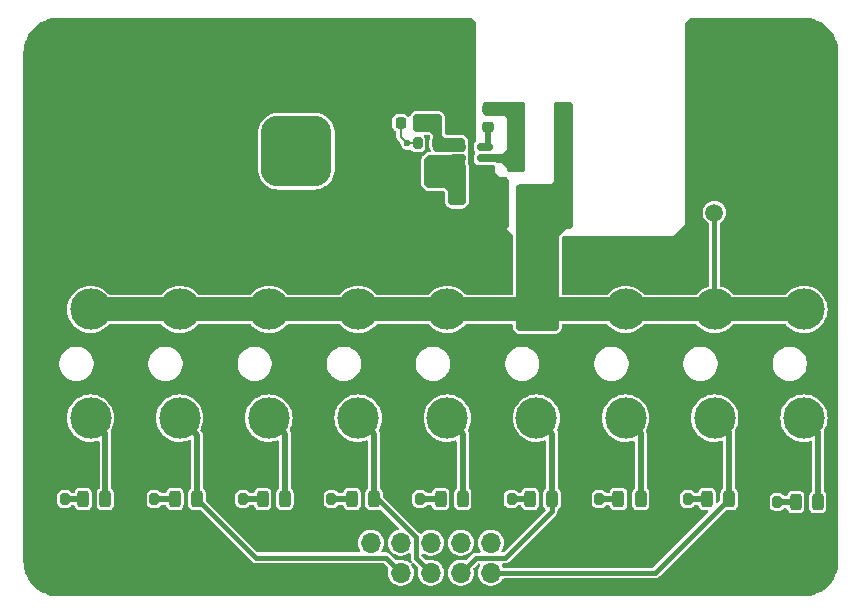
<source format=gbr>
%TF.GenerationSoftware,KiCad,Pcbnew,7.0.11-rc3*%
%TF.CreationDate,2025-03-16T23:27:26+08:00*%
%TF.ProjectId,fuse_box,66757365-5f62-46f7-982e-6b696361645f,rev?*%
%TF.SameCoordinates,Original*%
%TF.FileFunction,Copper,L1,Top*%
%TF.FilePolarity,Positive*%
%FSLAX46Y46*%
G04 Gerber Fmt 4.6, Leading zero omitted, Abs format (unit mm)*
G04 Created by KiCad (PCBNEW 7.0.11-rc3) date 2025-03-16 23:27:26*
%MOMM*%
%LPD*%
G01*
G04 APERTURE LIST*
G04 Aperture macros list*
%AMRoundRect*
0 Rectangle with rounded corners*
0 $1 Rounding radius*
0 $2 $3 $4 $5 $6 $7 $8 $9 X,Y pos of 4 corners*
0 Add a 4 corners polygon primitive as box body*
4,1,4,$2,$3,$4,$5,$6,$7,$8,$9,$2,$3,0*
0 Add four circle primitives for the rounded corners*
1,1,$1+$1,$2,$3*
1,1,$1+$1,$4,$5*
1,1,$1+$1,$6,$7*
1,1,$1+$1,$8,$9*
0 Add four rect primitives between the rounded corners*
20,1,$1+$1,$2,$3,$4,$5,0*
20,1,$1+$1,$4,$5,$6,$7,0*
20,1,$1+$1,$6,$7,$8,$9,0*
20,1,$1+$1,$8,$9,$2,$3,0*%
G04 Aperture macros list end*
%TA.AperFunction,ComponentPad*%
%ADD10C,5.700000*%
%TD*%
%TA.AperFunction,SMDPad,CuDef*%
%ADD11RoundRect,0.243750X-0.243750X-0.456250X0.243750X-0.456250X0.243750X0.456250X-0.243750X0.456250X0*%
%TD*%
%TA.AperFunction,ComponentPad*%
%ADD12C,3.500000*%
%TD*%
%TA.AperFunction,ComponentPad*%
%ADD13RoundRect,1.500000X1.500000X1.500000X-1.500000X1.500000X-1.500000X-1.500000X1.500000X-1.500000X0*%
%TD*%
%TA.AperFunction,ComponentPad*%
%ADD14C,6.000000*%
%TD*%
%TA.AperFunction,SMDPad,CuDef*%
%ADD15RoundRect,0.200000X-0.200000X-0.275000X0.200000X-0.275000X0.200000X0.275000X-0.200000X0.275000X0*%
%TD*%
%TA.AperFunction,SMDPad,CuDef*%
%ADD16RoundRect,0.250000X0.250000X0.475000X-0.250000X0.475000X-0.250000X-0.475000X0.250000X-0.475000X0*%
%TD*%
%TA.AperFunction,SMDPad,CuDef*%
%ADD17R,1.430000X5.500000*%
%TD*%
%TA.AperFunction,ComponentPad*%
%ADD18C,1.500000*%
%TD*%
%TA.AperFunction,SMDPad,CuDef*%
%ADD19RoundRect,0.250000X-0.250000X-0.475000X0.250000X-0.475000X0.250000X0.475000X-0.250000X0.475000X0*%
%TD*%
%TA.AperFunction,SMDPad,CuDef*%
%ADD20RoundRect,0.150000X-0.512500X-0.150000X0.512500X-0.150000X0.512500X0.150000X-0.512500X0.150000X0*%
%TD*%
%TA.AperFunction,SMDPad,CuDef*%
%ADD21RoundRect,0.225000X-0.250000X0.225000X-0.250000X-0.225000X0.250000X-0.225000X0.250000X0.225000X0*%
%TD*%
%TA.AperFunction,SMDPad,CuDef*%
%ADD22RoundRect,0.225000X-0.225000X-0.250000X0.225000X-0.250000X0.225000X0.250000X-0.225000X0.250000X0*%
%TD*%
%TA.AperFunction,SMDPad,CuDef*%
%ADD23RoundRect,0.250000X-0.475000X0.250000X-0.475000X-0.250000X0.475000X-0.250000X0.475000X0.250000X0*%
%TD*%
%TA.AperFunction,ComponentPad*%
%ADD24O,1.700000X1.700000*%
%TD*%
%TA.AperFunction,ViaPad*%
%ADD25C,0.600000*%
%TD*%
%TA.AperFunction,Conductor*%
%ADD26C,0.500000*%
%TD*%
%TA.AperFunction,Conductor*%
%ADD27C,0.200000*%
%TD*%
%TA.AperFunction,Conductor*%
%ADD28C,0.400000*%
%TD*%
%TA.AperFunction,Conductor*%
%ADD29C,1.000000*%
%TD*%
%TA.AperFunction,Conductor*%
%ADD30C,2.000000*%
%TD*%
G04 APERTURE END LIST*
D10*
%TO.P,H3,1,1*%
%TO.N,GND*%
X131300000Y-40100000D03*
%TD*%
D11*
%TO.P,D2,1,K*%
%TO.N,Net-(D2-K)*%
X123175000Y-77850000D03*
%TO.P,D2,2,A*%
%TO.N,P2*%
X125050000Y-77850000D03*
%TD*%
D12*
%TO.P,F6,1*%
%TO.N,+15V*%
X93630000Y-61800000D03*
%TO.P,F6,2*%
%TO.N,P6*%
X93630000Y-71000000D03*
%TD*%
D13*
%TO.P,J1,1,Pin_1*%
%TO.N,VDC*%
X88400000Y-48400000D03*
D14*
%TO.P,J1,2,Pin_2*%
%TO.N,GND*%
X81200000Y-48400000D03*
%TD*%
D15*
%TO.P,R9,1*%
%TO.N,+15V*%
X98675000Y-47750000D03*
%TO.P,R9,2*%
%TO.N,Net-(U1-FB)*%
X100325000Y-47750000D03*
%TD*%
%TO.P,R7,1*%
%TO.N,GND*%
X82225000Y-77850000D03*
%TO.P,R7,2*%
%TO.N,Net-(D7-K)*%
X83875000Y-77850000D03*
%TD*%
D12*
%TO.P,F9,1*%
%TO.N,+15V*%
X70980000Y-61800000D03*
%TO.P,F9,2*%
%TO.N,P9*%
X70980000Y-71000000D03*
%TD*%
D16*
%TO.P,C5,1*%
%TO.N,+15V*%
X107550000Y-54100000D03*
%TO.P,C5,2*%
%TO.N,GND*%
X105650000Y-54100000D03*
%TD*%
D15*
%TO.P,R1,1*%
%TO.N,GND*%
X127475000Y-78100000D03*
%TO.P,R1,2*%
%TO.N,Net-(D1-K)*%
X129125000Y-78100000D03*
%TD*%
D12*
%TO.P,F5,1*%
%TO.N,+15V*%
X101180000Y-61800000D03*
%TO.P,F5,2*%
%TO.N,P5*%
X101180000Y-71000000D03*
%TD*%
D15*
%TO.P,R11,1*%
%TO.N,GND*%
X67150000Y-77850000D03*
%TO.P,R11,2*%
%TO.N,Net-(D9-K)*%
X68800000Y-77850000D03*
%TD*%
D11*
%TO.P,D7,1,K*%
%TO.N,Net-(D7-K)*%
X85550000Y-77850000D03*
%TO.P,D7,2,A*%
%TO.N,P7*%
X87425000Y-77850000D03*
%TD*%
D12*
%TO.P,F8,1*%
%TO.N,+15V*%
X78530000Y-61800000D03*
%TO.P,F8,2*%
%TO.N,P8*%
X78530000Y-71000000D03*
%TD*%
D11*
%TO.P,D8,1,K*%
%TO.N,Net-(D8-K)*%
X78112500Y-77850000D03*
%TO.P,D8,2,A*%
%TO.N,P8*%
X79987500Y-77850000D03*
%TD*%
D10*
%TO.P,H1,1,1*%
%TO.N,GND*%
X131300000Y-83100000D03*
%TD*%
D15*
%TO.P,R10,1*%
%TO.N,Net-(U1-FB)*%
X100250000Y-46000000D03*
%TO.P,R10,2*%
%TO.N,GND*%
X101900000Y-46000000D03*
%TD*%
D17*
%TO.P,L1,1*%
%TO.N,Net-(U1-SW)*%
X106980000Y-47200000D03*
%TO.P,L1,2*%
%TO.N,+15V*%
X111020000Y-47200000D03*
%TD*%
D11*
%TO.P,D5,1,K*%
%TO.N,Net-(D5-K)*%
X100612500Y-77850000D03*
%TO.P,D5,2,A*%
%TO.N,P5*%
X102487500Y-77850000D03*
%TD*%
D10*
%TO.P,H2,1,1*%
%TO.N,GND*%
X68300000Y-83100000D03*
%TD*%
D18*
%TO.P,TP1,1,1*%
%TO.N,+15V*%
X123800000Y-53600000D03*
%TD*%
D19*
%TO.P,C1,1*%
%TO.N,VDC*%
X102050000Y-52000000D03*
%TO.P,C1,2*%
%TO.N,GND*%
X103950000Y-52000000D03*
%TD*%
D15*
%TO.P,R5,1*%
%TO.N,GND*%
X97225000Y-77850000D03*
%TO.P,R5,2*%
%TO.N,Net-(D5-K)*%
X98875000Y-77850000D03*
%TD*%
D12*
%TO.P,F1,1*%
%TO.N,+15V*%
X131380000Y-61800000D03*
%TO.P,F1,2*%
%TO.N,P1*%
X131380000Y-71000000D03*
%TD*%
D11*
%TO.P,D1,1,K*%
%TO.N,Net-(D1-K)*%
X130675000Y-78100000D03*
%TO.P,D1,2,A*%
%TO.N,P1*%
X132550000Y-78100000D03*
%TD*%
D12*
%TO.P,F4,1*%
%TO.N,+15V*%
X108730000Y-61800000D03*
%TO.P,F4,2*%
%TO.N,P4*%
X108730000Y-71000000D03*
%TD*%
D20*
%TO.P,U1,1,FB*%
%TO.N,Net-(U1-FB)*%
X102100000Y-48050000D03*
%TO.P,U1,2,EN*%
%TO.N,VDC*%
X102100000Y-49000000D03*
%TO.P,U1,3,IN*%
X102100000Y-49950000D03*
%TO.P,U1,4,GND*%
%TO.N,GND*%
X104375000Y-49950000D03*
%TO.P,U1,5,SW*%
%TO.N,Net-(U1-SW)*%
X104375000Y-49000000D03*
%TO.P,U1,6,BST*%
%TO.N,Net-(U1-BST)*%
X104375000Y-48050000D03*
%TD*%
D12*
%TO.P,F7,1*%
%TO.N,+15V*%
X86080000Y-61800000D03*
%TO.P,F7,2*%
%TO.N,P7*%
X86080000Y-71000000D03*
%TD*%
D15*
%TO.P,R8,1*%
%TO.N,GND*%
X74725000Y-77850000D03*
%TO.P,R8,2*%
%TO.N,Net-(D8-K)*%
X76375000Y-77850000D03*
%TD*%
D11*
%TO.P,D6,1,K*%
%TO.N,Net-(D6-K)*%
X93112500Y-77850000D03*
%TO.P,D6,2,A*%
%TO.N,P6*%
X94987500Y-77850000D03*
%TD*%
D15*
%TO.P,R3,1*%
%TO.N,GND*%
X112400000Y-77850000D03*
%TO.P,R3,2*%
%TO.N,Net-(D3-K)*%
X114050000Y-77850000D03*
%TD*%
D12*
%TO.P,F2,1*%
%TO.N,+15V*%
X123830000Y-61800000D03*
%TO.P,F2,2*%
%TO.N,P2*%
X123830000Y-71000000D03*
%TD*%
%TO.P,F3,1*%
%TO.N,+15V*%
X116280000Y-61800000D03*
%TO.P,F3,2*%
%TO.N,P3*%
X116280000Y-71000000D03*
%TD*%
D15*
%TO.P,R2,1*%
%TO.N,GND*%
X119900000Y-77850000D03*
%TO.P,R2,2*%
%TO.N,Net-(D2-K)*%
X121550000Y-77850000D03*
%TD*%
D16*
%TO.P,C4,1*%
%TO.N,+15V*%
X107550000Y-52000000D03*
%TO.P,C4,2*%
%TO.N,GND*%
X105650000Y-52000000D03*
%TD*%
D11*
%TO.P,D3,1,K*%
%TO.N,Net-(D3-K)*%
X115675000Y-77850000D03*
%TO.P,D3,2,A*%
%TO.N,P3*%
X117550000Y-77850000D03*
%TD*%
D15*
%TO.P,R6,1*%
%TO.N,GND*%
X89725000Y-77850000D03*
%TO.P,R6,2*%
%TO.N,Net-(D6-K)*%
X91375000Y-77850000D03*
%TD*%
D21*
%TO.P,C2,1*%
%TO.N,Net-(U1-SW)*%
X104600000Y-44825000D03*
%TO.P,C2,2*%
%TO.N,Net-(U1-BST)*%
X104600000Y-46375000D03*
%TD*%
D11*
%TO.P,D4,1,K*%
%TO.N,Net-(D4-K)*%
X108175000Y-77850000D03*
%TO.P,D4,2,A*%
%TO.N,P4*%
X110050000Y-77850000D03*
%TD*%
D22*
%TO.P,C3,1*%
%TO.N,+15V*%
X97225000Y-46000000D03*
%TO.P,C3,2*%
%TO.N,Net-(U1-FB)*%
X98775000Y-46000000D03*
%TD*%
D15*
%TO.P,R4,1*%
%TO.N,GND*%
X104975000Y-77850000D03*
%TO.P,R4,2*%
%TO.N,Net-(D4-K)*%
X106625000Y-77850000D03*
%TD*%
D11*
%TO.P,D9,1,K*%
%TO.N,Net-(D9-K)*%
X70362500Y-77850000D03*
%TO.P,D9,2,A*%
%TO.N,P9*%
X72237500Y-77850000D03*
%TD*%
D10*
%TO.P,H4,1,1*%
%TO.N,GND*%
X68300000Y-40100000D03*
%TD*%
D23*
%TO.P,C6,1*%
%TO.N,VDC*%
X100100000Y-50650000D03*
%TO.P,C6,2*%
%TO.N,GND*%
X100100000Y-52550000D03*
%TD*%
D24*
%TO.P,J3,1,Pin_1*%
%TO.N,P2*%
X104875000Y-84100000D03*
%TO.P,J3,2,Pin_2*%
%TO.N,P1*%
X104875000Y-81560000D03*
%TO.P,J3,3,Pin_3*%
%TO.N,P4*%
X102335000Y-84100000D03*
%TO.P,J3,4,Pin_4*%
%TO.N,P3*%
X102335000Y-81560000D03*
%TO.P,J3,5,Pin_5*%
%TO.N,P6*%
X99795000Y-84100000D03*
%TO.P,J3,6,Pin_6*%
%TO.N,P5*%
X99795000Y-81560000D03*
%TO.P,J3,7,Pin_7*%
%TO.N,P8*%
X97255000Y-84100000D03*
%TO.P,J3,8,Pin_8*%
%TO.N,P7*%
X97255000Y-81560000D03*
%TO.P,J3,9,Pin_9*%
%TO.N,GND*%
X94715000Y-84100000D03*
%TO.P,J3,10,Pin_10*%
%TO.N,P9*%
X94715000Y-81560000D03*
%TD*%
D25*
%TO.N,VDC*%
X100800000Y-49600000D03*
X101600000Y-50800000D03*
X100050000Y-49600000D03*
X100050000Y-50350000D03*
X100800000Y-51100000D03*
X100800000Y-50350000D03*
X102400000Y-50800000D03*
X100050000Y-51100000D03*
%TO.N,+15V*%
X97800000Y-47750000D03*
X108400000Y-52000000D03*
%TO.N,GND*%
X101600000Y-44000000D03*
X104400000Y-55000000D03*
X102400000Y-44000000D03*
X101600000Y-44800000D03*
X103200000Y-45600000D03*
X102400000Y-44800000D03*
X103600000Y-53400000D03*
X103200000Y-44000000D03*
X104400000Y-53400000D03*
X103200000Y-46400000D03*
X103600000Y-50800000D03*
X103200000Y-44800000D03*
X104400000Y-54200000D03*
%TD*%
D26*
%TO.N,VDC*%
X102100000Y-51950000D02*
X102050000Y-52000000D01*
%TO.N,Net-(D1-K)*%
X129125000Y-78100000D02*
X130675000Y-78100000D01*
%TO.N,Net-(D2-K)*%
X121550000Y-77850000D02*
X123175000Y-77850000D01*
%TO.N,Net-(U1-BST)*%
X104600000Y-47825000D02*
X104375000Y-48050000D01*
X104600000Y-46375000D02*
X104600000Y-47825000D01*
%TO.N,Net-(D3-K)*%
X114050000Y-77850000D02*
X115675000Y-77850000D01*
D27*
%TO.N,+15V*%
X97225000Y-47225000D02*
X97225000Y-46000000D01*
D28*
X123800000Y-61770000D02*
X123830000Y-61800000D01*
D27*
X98675000Y-47750000D02*
X97800000Y-47750000D01*
D29*
X107550000Y-52000000D02*
X107550000Y-54100000D01*
D27*
X97750000Y-47750000D02*
X97225000Y-47225000D01*
D28*
X123800000Y-53600000D02*
X123800000Y-61770000D01*
D30*
X70980000Y-61800000D02*
X123830000Y-61800000D01*
X123830000Y-61800000D02*
X131380000Y-61800000D01*
D27*
X107550000Y-52000000D02*
X108400000Y-52000000D01*
X97800000Y-47750000D02*
X97750000Y-47750000D01*
D26*
%TO.N,Net-(D4-K)*%
X108175000Y-77850000D02*
X106625000Y-77850000D01*
%TO.N,GND*%
X101900000Y-46000000D02*
X103212500Y-47312500D01*
X103212500Y-47312500D02*
X103212500Y-49449999D01*
X103212500Y-49449999D02*
X103712501Y-49950000D01*
X103712501Y-49950000D02*
X104375000Y-49950000D01*
%TO.N,Net-(D5-K)*%
X100612500Y-77850000D02*
X98875000Y-77850000D01*
%TO.N,P1*%
X132550000Y-72170000D02*
X131380000Y-71000000D01*
X132550000Y-78100000D02*
X132550000Y-72170000D01*
%TO.N,Net-(D6-K)*%
X93112500Y-77850000D02*
X91375000Y-77850000D01*
D28*
%TO.N,P4*%
X110050000Y-78900000D02*
X106100000Y-82850000D01*
D26*
X110050000Y-77850000D02*
X110050000Y-72320000D01*
D28*
X106100000Y-82850000D02*
X103600000Y-82850000D01*
X103600000Y-82850000D02*
X102335000Y-84115000D01*
X110050000Y-77850000D02*
X110050000Y-78900000D01*
D26*
X110050000Y-72320000D02*
X108730000Y-71000000D01*
%TO.N,Net-(D7-K)*%
X85550000Y-77850000D02*
X83875000Y-77850000D01*
%TO.N,P5*%
X102487500Y-77850000D02*
X102487500Y-72307500D01*
X102487500Y-72307500D02*
X101180000Y-71000000D01*
%TO.N,Net-(D8-K)*%
X78112500Y-77850000D02*
X76375000Y-77850000D01*
%TO.N,P2*%
X125050000Y-77850000D02*
X125050000Y-72220000D01*
D28*
X125050000Y-77850000D02*
X118785000Y-84115000D01*
D26*
X125050000Y-72220000D02*
X123830000Y-71000000D01*
D28*
X118785000Y-84115000D02*
X104875000Y-84115000D01*
%TO.N,P6*%
X94987500Y-77850000D02*
X95297767Y-77850000D01*
D26*
X94987500Y-72357500D02*
X93630000Y-71000000D01*
D28*
X95297767Y-77850000D02*
X98545000Y-81097233D01*
X98545000Y-81097233D02*
X98545000Y-82865000D01*
D26*
X94987500Y-77850000D02*
X94987500Y-72357500D01*
D28*
X98545000Y-82865000D02*
X99795000Y-84115000D01*
D26*
%TO.N,P3*%
X117550000Y-77850000D02*
X117550000Y-72270000D01*
X117550000Y-72270000D02*
X116280000Y-71000000D01*
%TO.N,P7*%
X87425000Y-77850000D02*
X87425000Y-72345000D01*
X87425000Y-72345000D02*
X86080000Y-71000000D01*
%TO.N,P8*%
X79987500Y-77850000D02*
X79987500Y-72457500D01*
D28*
X79987500Y-77850000D02*
X84962500Y-82825000D01*
X84962500Y-82825000D02*
X95965000Y-82825000D01*
X95965000Y-82825000D02*
X97255000Y-84115000D01*
D26*
X79987500Y-72457500D02*
X78530000Y-71000000D01*
%TO.N,Net-(D9-K)*%
X70362500Y-77850000D02*
X68800000Y-77850000D01*
%TO.N,P9*%
X72237500Y-77850000D02*
X72237500Y-72257500D01*
X72237500Y-72257500D02*
X70980000Y-71000000D01*
%TD*%
%TA.AperFunction,Conductor*%
%TO.N,Net-(U1-SW)*%
G36*
X107615677Y-44219685D02*
G01*
X107636319Y-44236319D01*
X107763681Y-44363681D01*
X107797166Y-44425004D01*
X107800000Y-44451362D01*
X107800000Y-49948638D01*
X107780315Y-50015677D01*
X107763681Y-50036319D01*
X107636319Y-50163681D01*
X107574996Y-50197166D01*
X107548638Y-50200000D01*
X106451362Y-50200000D01*
X106384323Y-50180315D01*
X106363681Y-50163681D01*
X106236319Y-50036319D01*
X106202834Y-49974996D01*
X106200000Y-49948638D01*
X106200000Y-49800000D01*
X105800000Y-49400000D01*
X105411970Y-49400000D01*
X105344931Y-49380315D01*
X105329428Y-49368176D01*
X105329255Y-49368371D01*
X105317357Y-49357761D01*
X105317358Y-49357761D01*
X105243360Y-49311693D01*
X105192676Y-49291130D01*
X105178619Y-49285427D01*
X105135056Y-49272134D01*
X105131888Y-49272100D01*
X105035368Y-49271078D01*
X105018670Y-49274216D01*
X105018659Y-49274214D01*
X104970028Y-49283359D01*
X104970017Y-49283361D01*
X104959045Y-49285423D01*
X104955540Y-49286029D01*
X104908548Y-49293472D01*
X104889150Y-49294999D01*
X103946361Y-49294999D01*
X103879322Y-49275314D01*
X103858680Y-49258680D01*
X103836319Y-49236319D01*
X103802834Y-49174996D01*
X103800000Y-49148638D01*
X103800000Y-48851361D01*
X103819685Y-48784322D01*
X103836314Y-48763685D01*
X103963183Y-48636816D01*
X104024504Y-48603333D01*
X104050854Y-48600499D01*
X104919018Y-48600499D01*
X104919023Y-48600499D01*
X104920510Y-48600382D01*
X104930233Y-48600000D01*
X105800000Y-48600000D01*
X106200000Y-48200000D01*
X106200000Y-45600000D01*
X106000000Y-45400000D01*
X104451362Y-45400000D01*
X104384323Y-45380315D01*
X104363681Y-45363681D01*
X104236319Y-45236319D01*
X104202834Y-45174996D01*
X104200000Y-45148638D01*
X104200000Y-44451362D01*
X104219685Y-44384323D01*
X104236319Y-44363681D01*
X104363681Y-44236319D01*
X104425004Y-44202834D01*
X104451362Y-44200000D01*
X107548638Y-44200000D01*
X107615677Y-44219685D01*
G37*
%TD.AperFunction*%
%TD*%
%TA.AperFunction,Conductor*%
%TO.N,+15V*%
G36*
X111800000Y-54748638D02*
G01*
X111780315Y-54815677D01*
X111763681Y-54836319D01*
X111636319Y-54963681D01*
X111574996Y-54997166D01*
X111548638Y-55000000D01*
X111199999Y-55000000D01*
X110600000Y-55599999D01*
X110600000Y-63348638D01*
X110580315Y-63415677D01*
X110563681Y-63436319D01*
X110436319Y-63563681D01*
X110374996Y-63597166D01*
X110348638Y-63600000D01*
X107251362Y-63600000D01*
X107184323Y-63580315D01*
X107163681Y-63563681D01*
X107036319Y-63436319D01*
X107002834Y-63374996D01*
X107000000Y-63348638D01*
X107000000Y-51451362D01*
X107019685Y-51384323D01*
X107036319Y-51363681D01*
X107163681Y-51236319D01*
X107225004Y-51202834D01*
X107251362Y-51200000D01*
X110000000Y-51200000D01*
X111800000Y-51200000D01*
X111800000Y-54748638D01*
G37*
%TD.AperFunction*%
%TD*%
%TA.AperFunction,Conductor*%
%TO.N,Net-(U1-FB)*%
G36*
X100515677Y-45269685D02*
G01*
X100536319Y-45286319D01*
X100713681Y-45463681D01*
X100747166Y-45525004D01*
X100750000Y-45551362D01*
X100750000Y-47000000D01*
X101000000Y-47250000D01*
X102390825Y-47250000D01*
X102457864Y-47269685D01*
X102478506Y-47286319D01*
X102675681Y-47483494D01*
X102709166Y-47544817D01*
X102712000Y-47571175D01*
X102712000Y-48236636D01*
X102692315Y-48303675D01*
X102675681Y-48324317D01*
X102586817Y-48413181D01*
X102525494Y-48446666D01*
X102499136Y-48449500D01*
X101555982Y-48449500D01*
X101462195Y-48464354D01*
X101418761Y-48486485D01*
X101362467Y-48500000D01*
X100301362Y-48500000D01*
X100234323Y-48480315D01*
X100213681Y-48463681D01*
X100036319Y-48286319D01*
X100002834Y-48224996D01*
X100000000Y-48198638D01*
X100000000Y-47000000D01*
X99750000Y-46750000D01*
X98551362Y-46750000D01*
X98484323Y-46730315D01*
X98463681Y-46713681D01*
X98286319Y-46536319D01*
X98252834Y-46474996D01*
X98250000Y-46448638D01*
X98250000Y-45551362D01*
X98269685Y-45484323D01*
X98286319Y-45463681D01*
X98463681Y-45286319D01*
X98525004Y-45252834D01*
X98551362Y-45250000D01*
X100448638Y-45250000D01*
X100515677Y-45269685D01*
G37*
%TD.AperFunction*%
%TD*%
%TA.AperFunction,Conductor*%
%TO.N,VDC*%
G36*
X102559125Y-48701141D02*
G01*
X102620790Y-48700033D01*
X102680238Y-48736745D01*
X102710401Y-48799768D01*
X102712000Y-48819619D01*
X102712000Y-49382857D01*
X102709167Y-49409205D01*
X102708141Y-49413926D01*
X102708141Y-49413928D01*
X102708141Y-49413929D01*
X102711684Y-49463460D01*
X102712000Y-49472307D01*
X102712000Y-49485796D01*
X102713920Y-49499153D01*
X102714865Y-49507945D01*
X102718409Y-49557485D01*
X102720093Y-49561999D01*
X102726648Y-49587681D01*
X102727334Y-49592454D01*
X102727335Y-49592457D01*
X102733293Y-49605502D01*
X102744500Y-49657016D01*
X102744500Y-49686409D01*
X102747644Y-49726354D01*
X102747647Y-49726380D01*
X102748474Y-49731603D01*
X102750000Y-49750994D01*
X102750000Y-50149001D01*
X102748474Y-50168396D01*
X102747645Y-50173630D01*
X102744500Y-50213590D01*
X102744500Y-52704138D01*
X102724815Y-52771177D01*
X102708181Y-52791819D01*
X102536319Y-52963681D01*
X102474996Y-52997166D01*
X102448638Y-53000000D01*
X101551362Y-53000000D01*
X101484323Y-52980315D01*
X101463681Y-52963681D01*
X101286319Y-52786319D01*
X101252834Y-52724996D01*
X101250000Y-52698638D01*
X101250000Y-51750000D01*
X101000000Y-51500000D01*
X99551362Y-51500000D01*
X99484323Y-51480315D01*
X99463681Y-51463681D01*
X99286319Y-51286319D01*
X99252834Y-51224996D01*
X99250000Y-51198638D01*
X99250000Y-49051362D01*
X99269685Y-48984323D01*
X99286319Y-48963681D01*
X99463681Y-48786319D01*
X99525004Y-48752834D01*
X99551362Y-48750000D01*
X100254240Y-48750000D01*
X100271885Y-48751261D01*
X100301362Y-48755500D01*
X100301363Y-48755500D01*
X101362464Y-48755500D01*
X101362467Y-48755500D01*
X101422112Y-48748441D01*
X101478406Y-48734926D01*
X101534757Y-48714137D01*
X101534764Y-48714133D01*
X101535597Y-48713826D01*
X101559129Y-48707686D01*
X101560986Y-48707392D01*
X101566466Y-48706525D01*
X101585852Y-48705000D01*
X102499137Y-48705000D01*
X102500573Y-48704922D01*
X102526450Y-48703536D01*
X102552808Y-48700702D01*
X102558775Y-48699460D01*
X102559125Y-48701141D01*
G37*
%TD.AperFunction*%
%TD*%
%TA.AperFunction,Conductor*%
%TO.N,GND*%
G36*
X103400000Y-44600000D02*
G01*
X103400000Y-49200000D01*
X103478464Y-49278464D01*
X103534450Y-49388342D01*
X103534452Y-49388344D01*
X103534454Y-49388347D01*
X103624152Y-49478045D01*
X103624154Y-49478046D01*
X103624158Y-49478050D01*
X103735557Y-49534811D01*
X103737198Y-49535647D01*
X103830975Y-49550499D01*
X103830981Y-49550500D01*
X104919018Y-49550499D01*
X105012804Y-49535646D01*
X105013899Y-49535088D01*
X105015372Y-49534811D01*
X105022085Y-49532630D01*
X105022366Y-49533496D01*
X105082562Y-49522183D01*
X105147306Y-49548451D01*
X105157885Y-49557885D01*
X105163681Y-49563681D01*
X105197166Y-49625004D01*
X105200000Y-49651362D01*
X105200000Y-50200000D01*
X105600000Y-50600000D01*
X106148638Y-50600000D01*
X106215677Y-50619685D01*
X106236319Y-50636319D01*
X106363681Y-50763681D01*
X106397166Y-50825004D01*
X106400000Y-50851362D01*
X106400000Y-54748637D01*
X106380315Y-54815676D01*
X106363681Y-54836318D01*
X106199999Y-54999999D01*
X106200000Y-55000000D01*
X105200000Y-55000000D01*
X105000000Y-54800000D01*
X105000000Y-54200000D01*
X104600000Y-53800000D01*
X103400000Y-53800000D01*
X103000000Y-53400000D01*
X103000000Y-50213600D01*
X103012999Y-50131524D01*
X103013000Y-50131519D01*
X103012999Y-49768482D01*
X103000000Y-49686402D01*
X103000000Y-49263600D01*
X103012999Y-49181524D01*
X103013000Y-49181519D01*
X103012999Y-48818482D01*
X103000000Y-48736402D01*
X103000000Y-48313600D01*
X103012999Y-48231524D01*
X103013000Y-48231519D01*
X103012999Y-47868482D01*
X103000000Y-47786402D01*
X103000000Y-47400000D01*
X102200000Y-46600000D01*
X101600000Y-46600000D01*
X101200000Y-46200000D01*
X101200000Y-44800000D01*
X101600000Y-44400000D01*
X103200000Y-44400000D01*
X103400000Y-44600000D01*
G37*
%TD.AperFunction*%
%TD*%
%TA.AperFunction,Conductor*%
%TO.N,+15V*%
G36*
X111615677Y-44219685D02*
G01*
X111636319Y-44236319D01*
X111763681Y-44363681D01*
X111797166Y-44425004D01*
X111800000Y-44451362D01*
X111800000Y-51200000D01*
X110000000Y-51200000D01*
X110200000Y-51000000D01*
X110200000Y-44451362D01*
X110219685Y-44384323D01*
X110236319Y-44363681D01*
X110363681Y-44236319D01*
X110425004Y-44202834D01*
X110451362Y-44200000D01*
X111548638Y-44200000D01*
X111615677Y-44219685D01*
G37*
%TD.AperFunction*%
%TD*%
%TA.AperFunction,Conductor*%
%TO.N,GND*%
G36*
X103207841Y-37120185D02*
G01*
X103237630Y-37147038D01*
X103572828Y-37566035D01*
X103599336Y-37630681D01*
X103600000Y-37643497D01*
X103600000Y-47544745D01*
X103580315Y-47611784D01*
X103563681Y-47632426D01*
X103534454Y-47661652D01*
X103534451Y-47661657D01*
X103476852Y-47774698D01*
X103462000Y-47868475D01*
X103462000Y-48231517D01*
X103471236Y-48289830D01*
X103476854Y-48325304D01*
X103534450Y-48438342D01*
X103534453Y-48438345D01*
X103540189Y-48446241D01*
X103538834Y-48447224D01*
X103566911Y-48498642D01*
X103561927Y-48568334D01*
X103539487Y-48603249D01*
X103540189Y-48603759D01*
X103534451Y-48611657D01*
X103476852Y-48724698D01*
X103462000Y-48818475D01*
X103462000Y-49181517D01*
X103472792Y-49249657D01*
X103476854Y-49275304D01*
X103478464Y-49278464D01*
X103400000Y-49200000D01*
X103400000Y-44600000D01*
X103200000Y-44400000D01*
X101600000Y-44400000D01*
X101200000Y-44800000D01*
X101200000Y-46200000D01*
X101600000Y-46600000D01*
X102200000Y-46600000D01*
X103000000Y-47400000D01*
X103000000Y-47786402D01*
X102998146Y-47774696D01*
X102981015Y-47741074D01*
X102967500Y-47684780D01*
X102967500Y-47571173D01*
X102966083Y-47544745D01*
X102966036Y-47543861D01*
X102963202Y-47517503D01*
X102933413Y-47422369D01*
X102932520Y-47420734D01*
X102899931Y-47361051D01*
X102899926Y-47361043D01*
X102856350Y-47302832D01*
X102856349Y-47302831D01*
X102856347Y-47302828D01*
X102856342Y-47302823D01*
X102856334Y-47302814D01*
X102659186Y-47105667D01*
X102659172Y-47105653D01*
X102638822Y-47087374D01*
X102638816Y-47087369D01*
X102638807Y-47087361D01*
X102618186Y-47070744D01*
X102618183Y-47070742D01*
X102618180Y-47070740D01*
X102529849Y-47024535D01*
X102515311Y-47020266D01*
X102462811Y-47004850D01*
X102462803Y-47004848D01*
X102390826Y-46994500D01*
X102390825Y-46994500D01*
X101157194Y-46994500D01*
X101090155Y-46974815D01*
X101069513Y-46958181D01*
X101041819Y-46930487D01*
X101008334Y-46869164D01*
X101005500Y-46842806D01*
X101005500Y-45551360D01*
X101005124Y-45544347D01*
X101004036Y-45524048D01*
X101001202Y-45497690D01*
X100971413Y-45402556D01*
X100937928Y-45341233D01*
X100928300Y-45328372D01*
X100894350Y-45283019D01*
X100894349Y-45283018D01*
X100894347Y-45283015D01*
X100894342Y-45283010D01*
X100894334Y-45283001D01*
X100716999Y-45105667D01*
X100716997Y-45105665D01*
X100716985Y-45105653D01*
X100696635Y-45087374D01*
X100696629Y-45087369D01*
X100696620Y-45087361D01*
X100675999Y-45070744D01*
X100675996Y-45070742D01*
X100675993Y-45070740D01*
X100587662Y-45024535D01*
X100587659Y-45024534D01*
X100520624Y-45004850D01*
X100520616Y-45004848D01*
X100448639Y-44994500D01*
X100448638Y-44994500D01*
X98551362Y-44994500D01*
X98551361Y-44994500D01*
X98524065Y-44995963D01*
X98524060Y-44995963D01*
X98524048Y-44995964D01*
X98524040Y-44995964D01*
X98524011Y-44995967D01*
X98497689Y-44998797D01*
X98497687Y-44998798D01*
X98402558Y-45028586D01*
X98402548Y-45028590D01*
X98341238Y-45062068D01*
X98341230Y-45062073D01*
X98283019Y-45105649D01*
X98283001Y-45105665D01*
X98105667Y-45283000D01*
X98105638Y-45283031D01*
X98087361Y-45303379D01*
X98070744Y-45324000D01*
X98070740Y-45324005D01*
X98070740Y-45324007D01*
X98024535Y-45412338D01*
X98024534Y-45412340D01*
X98021712Y-45417736D01*
X98020264Y-45416978D01*
X97981802Y-45465584D01*
X97915706Y-45488236D01*
X97847856Y-45471558D01*
X97810914Y-45438669D01*
X97789688Y-45410314D01*
X97680228Y-45328373D01*
X97680226Y-45328372D01*
X97552114Y-45280588D01*
X97552112Y-45280587D01*
X97552110Y-45280587D01*
X97495493Y-45274500D01*
X96954518Y-45274500D01*
X96954509Y-45274501D01*
X96897885Y-45280587D01*
X96769773Y-45328372D01*
X96660313Y-45410313D01*
X96578373Y-45519771D01*
X96569207Y-45544347D01*
X96531609Y-45645150D01*
X96530587Y-45647889D01*
X96524500Y-45704498D01*
X96524500Y-46295481D01*
X96524501Y-46295490D01*
X96530587Y-46352114D01*
X96566590Y-46448638D01*
X96578372Y-46480226D01*
X96660313Y-46589687D01*
X96769774Y-46671628D01*
X96793836Y-46680602D01*
X96849767Y-46722473D01*
X96874184Y-46787937D01*
X96874500Y-46796783D01*
X96874500Y-47175788D01*
X96871861Y-47201232D01*
X96869957Y-47210311D01*
X96869957Y-47210316D01*
X96873548Y-47239121D01*
X96874396Y-47252795D01*
X96874499Y-47254032D01*
X96874500Y-47254037D01*
X96874500Y-47254040D01*
X96875715Y-47261321D01*
X96877666Y-47273015D01*
X96878403Y-47278077D01*
X96884426Y-47326390D01*
X96886524Y-47333435D01*
X96888907Y-47340379D01*
X96888908Y-47340381D01*
X96900094Y-47361051D01*
X96912082Y-47383203D01*
X96914421Y-47387747D01*
X96935802Y-47431484D01*
X96935804Y-47431486D01*
X96935805Y-47431488D01*
X96940062Y-47437451D01*
X96944583Y-47443259D01*
X96980398Y-47476230D01*
X96984096Y-47479778D01*
X97213535Y-47709217D01*
X97247020Y-47770540D01*
X97248793Y-47780712D01*
X97263670Y-47893707D01*
X97263671Y-47893712D01*
X97319137Y-48027622D01*
X97319138Y-48027624D01*
X97319139Y-48027625D01*
X97407379Y-48142621D01*
X97522375Y-48230861D01*
X97522376Y-48230861D01*
X97522377Y-48230862D01*
X97539323Y-48237881D01*
X97656291Y-48286330D01*
X97783280Y-48303048D01*
X97799999Y-48305250D01*
X97800000Y-48305250D01*
X97800001Y-48305250D01*
X97814977Y-48303278D01*
X97943709Y-48286330D01*
X97979886Y-48271344D01*
X98049354Y-48263875D01*
X98111834Y-48295149D01*
X98127104Y-48312265D01*
X98152850Y-48347150D01*
X98262118Y-48427793D01*
X98304845Y-48442744D01*
X98390299Y-48472646D01*
X98420730Y-48475500D01*
X98420734Y-48475500D01*
X98929270Y-48475500D01*
X98959699Y-48472646D01*
X98959701Y-48472646D01*
X99035160Y-48446241D01*
X99087882Y-48427793D01*
X99197150Y-48347150D01*
X99277793Y-48237882D01*
X99311126Y-48142621D01*
X99322646Y-48109701D01*
X99322646Y-48109699D01*
X99325500Y-48079269D01*
X99325500Y-47420730D01*
X99322646Y-47390300D01*
X99322646Y-47390298D01*
X99283377Y-47278077D01*
X99277793Y-47262118D01*
X99277791Y-47262115D01*
X99277790Y-47262113D01*
X99234261Y-47203133D01*
X99210290Y-47137504D01*
X99225606Y-47069334D01*
X99275346Y-47020266D01*
X99334031Y-47005500D01*
X99592806Y-47005500D01*
X99659845Y-47025185D01*
X99680487Y-47041819D01*
X99708181Y-47069513D01*
X99741666Y-47130836D01*
X99744500Y-47157194D01*
X99744500Y-47191108D01*
X99726126Y-47253680D01*
X99726548Y-47253903D01*
X99725452Y-47255975D01*
X99724815Y-47258147D01*
X99722627Y-47261321D01*
X99722209Y-47262112D01*
X99677353Y-47390303D01*
X99674500Y-47420730D01*
X99674500Y-48079269D01*
X99677353Y-48109696D01*
X99677353Y-48109698D01*
X99677354Y-48109699D01*
X99722207Y-48237882D01*
X99741391Y-48263875D01*
X99748196Y-48273096D01*
X99766758Y-48309672D01*
X99774202Y-48333443D01*
X99775452Y-48403302D01*
X99738734Y-48462746D01*
X99675708Y-48492903D01*
X99655869Y-48494500D01*
X99551361Y-48494500D01*
X99524065Y-48495963D01*
X99524060Y-48495963D01*
X99524048Y-48495964D01*
X99524040Y-48495964D01*
X99524011Y-48495967D01*
X99497689Y-48498797D01*
X99497687Y-48498798D01*
X99402558Y-48528586D01*
X99402548Y-48528590D01*
X99341238Y-48562068D01*
X99341230Y-48562073D01*
X99283019Y-48605649D01*
X99283001Y-48605665D01*
X99105667Y-48783000D01*
X99105638Y-48783031D01*
X99087361Y-48803379D01*
X99070744Y-48824000D01*
X99024534Y-48912340D01*
X99004850Y-48979375D01*
X99004848Y-48979383D01*
X98994500Y-49051360D01*
X98994500Y-51198639D01*
X98995963Y-51225934D01*
X98995967Y-51225988D01*
X98998797Y-51252310D01*
X98998798Y-51252312D01*
X99028586Y-51347441D01*
X99028590Y-51347451D01*
X99062068Y-51408761D01*
X99062073Y-51408769D01*
X99105649Y-51466980D01*
X99105665Y-51466998D01*
X99234262Y-51595594D01*
X99283015Y-51644347D01*
X99303365Y-51662626D01*
X99303371Y-51662631D01*
X99303379Y-51662638D01*
X99324000Y-51679255D01*
X99324002Y-51679256D01*
X99324007Y-51679260D01*
X99412338Y-51725465D01*
X99479377Y-51745150D01*
X99479381Y-51745150D01*
X99479383Y-51745151D01*
X99491014Y-51746823D01*
X99551362Y-51755500D01*
X100842806Y-51755500D01*
X100909845Y-51775185D01*
X100930487Y-51791819D01*
X100958181Y-51819513D01*
X100991666Y-51880836D01*
X100994500Y-51907194D01*
X100994500Y-52698639D01*
X100995963Y-52725934D01*
X100995967Y-52725988D01*
X100998797Y-52752310D01*
X100998798Y-52752312D01*
X101028586Y-52847441D01*
X101028590Y-52847451D01*
X101062068Y-52908761D01*
X101062073Y-52908769D01*
X101105649Y-52966980D01*
X101105665Y-52966998D01*
X101283000Y-53144332D01*
X101283015Y-53144347D01*
X101303365Y-53162626D01*
X101303371Y-53162631D01*
X101303379Y-53162638D01*
X101324000Y-53179255D01*
X101324002Y-53179256D01*
X101324007Y-53179260D01*
X101412338Y-53225465D01*
X101479377Y-53245150D01*
X101479381Y-53245150D01*
X101479383Y-53245151D01*
X101491014Y-53246823D01*
X101551362Y-53255500D01*
X101551363Y-53255500D01*
X102448639Y-53255500D01*
X102450075Y-53255422D01*
X102475952Y-53254036D01*
X102502310Y-53251202D01*
X102597444Y-53221413D01*
X102658767Y-53187928D01*
X102716985Y-53144347D01*
X102888847Y-52972485D01*
X102907126Y-52952135D01*
X102923760Y-52931493D01*
X102969965Y-52843162D01*
X102989650Y-52776123D01*
X103000000Y-52704138D01*
X103000000Y-53400000D01*
X103400000Y-53800000D01*
X104600000Y-53800000D01*
X105000000Y-54200000D01*
X105000000Y-54800000D01*
X105200000Y-55000000D01*
X106200000Y-55000000D01*
X106699883Y-55416569D01*
X106738782Y-55474608D01*
X106744500Y-55511828D01*
X106744500Y-60425500D01*
X106724815Y-60492539D01*
X106672011Y-60538294D01*
X106620500Y-60549500D01*
X102804892Y-60549500D01*
X102737853Y-60529815D01*
X102705626Y-60499812D01*
X102695742Y-60486609D01*
X102695729Y-60486594D01*
X102493405Y-60284270D01*
X102493387Y-60284254D01*
X102264317Y-60112775D01*
X102264309Y-60112770D01*
X102013166Y-59975635D01*
X102013167Y-59975635D01*
X101905915Y-59935632D01*
X101745046Y-59875631D01*
X101745043Y-59875630D01*
X101745037Y-59875628D01*
X101465433Y-59814804D01*
X101180001Y-59794390D01*
X101179999Y-59794390D01*
X100894566Y-59814804D01*
X100614962Y-59875628D01*
X100346833Y-59975635D01*
X100095690Y-60112770D01*
X100095682Y-60112775D01*
X99866612Y-60284254D01*
X99866594Y-60284270D01*
X99664270Y-60486594D01*
X99664257Y-60486609D01*
X99654374Y-60499812D01*
X99598440Y-60541682D01*
X99555108Y-60549500D01*
X95254892Y-60549500D01*
X95187853Y-60529815D01*
X95155626Y-60499812D01*
X95145742Y-60486609D01*
X95145729Y-60486594D01*
X94943405Y-60284270D01*
X94943387Y-60284254D01*
X94714317Y-60112775D01*
X94714309Y-60112770D01*
X94463166Y-59975635D01*
X94463167Y-59975635D01*
X94355915Y-59935632D01*
X94195046Y-59875631D01*
X94195043Y-59875630D01*
X94195037Y-59875628D01*
X93915433Y-59814804D01*
X93630001Y-59794390D01*
X93629999Y-59794390D01*
X93344566Y-59814804D01*
X93064962Y-59875628D01*
X92796833Y-59975635D01*
X92545690Y-60112770D01*
X92545682Y-60112775D01*
X92316612Y-60284254D01*
X92316594Y-60284270D01*
X92114270Y-60486594D01*
X92114257Y-60486609D01*
X92104374Y-60499812D01*
X92048440Y-60541682D01*
X92005108Y-60549500D01*
X87704892Y-60549500D01*
X87637853Y-60529815D01*
X87605626Y-60499812D01*
X87595742Y-60486609D01*
X87595729Y-60486594D01*
X87393405Y-60284270D01*
X87393387Y-60284254D01*
X87164317Y-60112775D01*
X87164309Y-60112770D01*
X86913166Y-59975635D01*
X86913167Y-59975635D01*
X86805915Y-59935632D01*
X86645046Y-59875631D01*
X86645043Y-59875630D01*
X86645037Y-59875628D01*
X86365433Y-59814804D01*
X86080001Y-59794390D01*
X86079999Y-59794390D01*
X85794566Y-59814804D01*
X85514962Y-59875628D01*
X85246833Y-59975635D01*
X84995690Y-60112770D01*
X84995682Y-60112775D01*
X84766612Y-60284254D01*
X84766594Y-60284270D01*
X84564270Y-60486594D01*
X84564257Y-60486609D01*
X84554374Y-60499812D01*
X84498440Y-60541682D01*
X84455108Y-60549500D01*
X80154892Y-60549500D01*
X80087853Y-60529815D01*
X80055626Y-60499812D01*
X80045742Y-60486609D01*
X80045729Y-60486594D01*
X79843405Y-60284270D01*
X79843387Y-60284254D01*
X79614317Y-60112775D01*
X79614309Y-60112770D01*
X79363166Y-59975635D01*
X79363167Y-59975635D01*
X79255915Y-59935632D01*
X79095046Y-59875631D01*
X79095043Y-59875630D01*
X79095037Y-59875628D01*
X78815433Y-59814804D01*
X78530001Y-59794390D01*
X78529999Y-59794390D01*
X78244566Y-59814804D01*
X77964962Y-59875628D01*
X77696833Y-59975635D01*
X77445690Y-60112770D01*
X77445682Y-60112775D01*
X77216612Y-60284254D01*
X77216594Y-60284270D01*
X77014270Y-60486594D01*
X77014257Y-60486609D01*
X77004374Y-60499812D01*
X76948440Y-60541682D01*
X76905108Y-60549500D01*
X72604892Y-60549500D01*
X72537853Y-60529815D01*
X72505626Y-60499812D01*
X72495742Y-60486609D01*
X72495729Y-60486594D01*
X72293405Y-60284270D01*
X72293387Y-60284254D01*
X72064317Y-60112775D01*
X72064309Y-60112770D01*
X71813166Y-59975635D01*
X71813167Y-59975635D01*
X71705915Y-59935632D01*
X71545046Y-59875631D01*
X71545043Y-59875630D01*
X71545037Y-59875628D01*
X71265433Y-59814804D01*
X70980001Y-59794390D01*
X70979999Y-59794390D01*
X70694566Y-59814804D01*
X70414962Y-59875628D01*
X70146833Y-59975635D01*
X69895690Y-60112770D01*
X69895682Y-60112775D01*
X69666612Y-60284254D01*
X69666594Y-60284270D01*
X69464270Y-60486594D01*
X69464254Y-60486612D01*
X69292775Y-60715682D01*
X69292770Y-60715690D01*
X69155635Y-60966833D01*
X69055628Y-61234962D01*
X68994804Y-61514566D01*
X68974390Y-61799998D01*
X68974390Y-61800001D01*
X68994804Y-62085433D01*
X69055628Y-62365037D01*
X69155635Y-62633166D01*
X69292770Y-62884309D01*
X69292775Y-62884317D01*
X69464254Y-63113387D01*
X69464270Y-63113405D01*
X69666594Y-63315729D01*
X69666612Y-63315745D01*
X69895682Y-63487224D01*
X69895690Y-63487229D01*
X70146833Y-63624364D01*
X70146832Y-63624364D01*
X70146836Y-63624365D01*
X70146839Y-63624367D01*
X70414954Y-63724369D01*
X70414960Y-63724370D01*
X70414962Y-63724371D01*
X70694566Y-63785195D01*
X70694568Y-63785195D01*
X70694572Y-63785196D01*
X70948220Y-63803337D01*
X70979999Y-63805610D01*
X70980000Y-63805610D01*
X70980001Y-63805610D01*
X71008595Y-63803564D01*
X71265428Y-63785196D01*
X71292716Y-63779260D01*
X71545037Y-63724371D01*
X71545037Y-63724370D01*
X71545046Y-63724369D01*
X71813161Y-63624367D01*
X72064315Y-63487226D01*
X72293395Y-63315739D01*
X72495739Y-63113395D01*
X72505626Y-63100188D01*
X72561560Y-63058318D01*
X72604892Y-63050500D01*
X76905108Y-63050500D01*
X76972147Y-63070185D01*
X77004374Y-63100188D01*
X77014257Y-63113390D01*
X77014270Y-63113405D01*
X77216594Y-63315729D01*
X77216612Y-63315745D01*
X77445682Y-63487224D01*
X77445690Y-63487229D01*
X77696833Y-63624364D01*
X77696832Y-63624364D01*
X77696836Y-63624365D01*
X77696839Y-63624367D01*
X77964954Y-63724369D01*
X77964960Y-63724370D01*
X77964962Y-63724371D01*
X78244566Y-63785195D01*
X78244568Y-63785195D01*
X78244572Y-63785196D01*
X78498220Y-63803337D01*
X78529999Y-63805610D01*
X78530000Y-63805610D01*
X78530001Y-63805610D01*
X78558595Y-63803564D01*
X78815428Y-63785196D01*
X78842716Y-63779260D01*
X79095037Y-63724371D01*
X79095037Y-63724370D01*
X79095046Y-63724369D01*
X79363161Y-63624367D01*
X79614315Y-63487226D01*
X79843395Y-63315739D01*
X80045739Y-63113395D01*
X80055626Y-63100188D01*
X80111560Y-63058318D01*
X80154892Y-63050500D01*
X84455108Y-63050500D01*
X84522147Y-63070185D01*
X84554374Y-63100188D01*
X84564257Y-63113390D01*
X84564270Y-63113405D01*
X84766594Y-63315729D01*
X84766612Y-63315745D01*
X84995682Y-63487224D01*
X84995690Y-63487229D01*
X85246833Y-63624364D01*
X85246832Y-63624364D01*
X85246836Y-63624365D01*
X85246839Y-63624367D01*
X85514954Y-63724369D01*
X85514960Y-63724370D01*
X85514962Y-63724371D01*
X85794566Y-63785195D01*
X85794568Y-63785195D01*
X85794572Y-63785196D01*
X86048220Y-63803337D01*
X86079999Y-63805610D01*
X86080000Y-63805610D01*
X86080001Y-63805610D01*
X86108595Y-63803564D01*
X86365428Y-63785196D01*
X86392716Y-63779260D01*
X86645037Y-63724371D01*
X86645037Y-63724370D01*
X86645046Y-63724369D01*
X86913161Y-63624367D01*
X87164315Y-63487226D01*
X87393395Y-63315739D01*
X87595739Y-63113395D01*
X87605626Y-63100188D01*
X87661560Y-63058318D01*
X87704892Y-63050500D01*
X92005108Y-63050500D01*
X92072147Y-63070185D01*
X92104374Y-63100188D01*
X92114257Y-63113390D01*
X92114270Y-63113405D01*
X92316594Y-63315729D01*
X92316612Y-63315745D01*
X92545682Y-63487224D01*
X92545690Y-63487229D01*
X92796833Y-63624364D01*
X92796832Y-63624364D01*
X92796836Y-63624365D01*
X92796839Y-63624367D01*
X93064954Y-63724369D01*
X93064960Y-63724370D01*
X93064962Y-63724371D01*
X93344566Y-63785195D01*
X93344568Y-63785195D01*
X93344572Y-63785196D01*
X93598220Y-63803337D01*
X93629999Y-63805610D01*
X93630000Y-63805610D01*
X93630001Y-63805610D01*
X93658595Y-63803564D01*
X93915428Y-63785196D01*
X93942716Y-63779260D01*
X94195037Y-63724371D01*
X94195037Y-63724370D01*
X94195046Y-63724369D01*
X94463161Y-63624367D01*
X94714315Y-63487226D01*
X94943395Y-63315739D01*
X95145739Y-63113395D01*
X95155626Y-63100188D01*
X95211560Y-63058318D01*
X95254892Y-63050500D01*
X99555108Y-63050500D01*
X99622147Y-63070185D01*
X99654374Y-63100188D01*
X99664257Y-63113390D01*
X99664270Y-63113405D01*
X99866594Y-63315729D01*
X99866612Y-63315745D01*
X100095682Y-63487224D01*
X100095690Y-63487229D01*
X100346833Y-63624364D01*
X100346832Y-63624364D01*
X100346836Y-63624365D01*
X100346839Y-63624367D01*
X100614954Y-63724369D01*
X100614960Y-63724370D01*
X100614962Y-63724371D01*
X100894566Y-63785195D01*
X100894568Y-63785195D01*
X100894572Y-63785196D01*
X101148220Y-63803337D01*
X101179999Y-63805610D01*
X101180000Y-63805610D01*
X101180001Y-63805610D01*
X101208595Y-63803564D01*
X101465428Y-63785196D01*
X101492716Y-63779260D01*
X101745037Y-63724371D01*
X101745037Y-63724370D01*
X101745046Y-63724369D01*
X102013161Y-63624367D01*
X102264315Y-63487226D01*
X102493395Y-63315739D01*
X102695739Y-63113395D01*
X102705626Y-63100188D01*
X102761560Y-63058318D01*
X102804892Y-63050500D01*
X106620500Y-63050500D01*
X106687539Y-63070185D01*
X106733294Y-63122989D01*
X106744500Y-63174500D01*
X106744500Y-63348639D01*
X106745963Y-63375934D01*
X106745967Y-63375988D01*
X106748797Y-63402310D01*
X106748798Y-63402312D01*
X106778586Y-63497441D01*
X106778590Y-63497451D01*
X106812068Y-63558761D01*
X106812073Y-63558769D01*
X106855649Y-63616980D01*
X106855653Y-63616985D01*
X106983015Y-63744347D01*
X107003365Y-63762626D01*
X107003371Y-63762631D01*
X107003379Y-63762638D01*
X107024000Y-63779255D01*
X107024002Y-63779256D01*
X107024007Y-63779260D01*
X107112338Y-63825465D01*
X107179377Y-63845150D01*
X107179381Y-63845150D01*
X107179383Y-63845151D01*
X107191014Y-63846823D01*
X107251362Y-63855500D01*
X107251363Y-63855500D01*
X110348639Y-63855500D01*
X110350075Y-63855422D01*
X110375952Y-63854036D01*
X110402310Y-63851202D01*
X110497444Y-63821413D01*
X110558767Y-63787928D01*
X110616985Y-63744347D01*
X110744347Y-63616985D01*
X110762626Y-63596635D01*
X110779260Y-63575993D01*
X110825465Y-63487662D01*
X110845150Y-63420623D01*
X110855500Y-63348638D01*
X110855500Y-63174500D01*
X110875185Y-63107461D01*
X110927989Y-63061706D01*
X110979500Y-63050500D01*
X114655108Y-63050500D01*
X114722147Y-63070185D01*
X114754374Y-63100188D01*
X114764257Y-63113390D01*
X114764270Y-63113405D01*
X114966594Y-63315729D01*
X114966612Y-63315745D01*
X115195682Y-63487224D01*
X115195690Y-63487229D01*
X115446833Y-63624364D01*
X115446832Y-63624364D01*
X115446836Y-63624365D01*
X115446839Y-63624367D01*
X115714954Y-63724369D01*
X115714960Y-63724370D01*
X115714962Y-63724371D01*
X115994566Y-63785195D01*
X115994568Y-63785195D01*
X115994572Y-63785196D01*
X116248220Y-63803337D01*
X116279999Y-63805610D01*
X116280000Y-63805610D01*
X116280001Y-63805610D01*
X116308595Y-63803564D01*
X116565428Y-63785196D01*
X116592716Y-63779260D01*
X116845037Y-63724371D01*
X116845037Y-63724370D01*
X116845046Y-63724369D01*
X117113161Y-63624367D01*
X117364315Y-63487226D01*
X117593395Y-63315739D01*
X117795739Y-63113395D01*
X117805626Y-63100188D01*
X117861560Y-63058318D01*
X117904892Y-63050500D01*
X122205108Y-63050500D01*
X122272147Y-63070185D01*
X122304374Y-63100188D01*
X122314257Y-63113390D01*
X122314270Y-63113405D01*
X122516594Y-63315729D01*
X122516612Y-63315745D01*
X122745682Y-63487224D01*
X122745690Y-63487229D01*
X122996833Y-63624364D01*
X122996832Y-63624364D01*
X122996836Y-63624365D01*
X122996839Y-63624367D01*
X123264954Y-63724369D01*
X123264960Y-63724370D01*
X123264962Y-63724371D01*
X123544566Y-63785195D01*
X123544568Y-63785195D01*
X123544572Y-63785196D01*
X123798220Y-63803337D01*
X123829999Y-63805610D01*
X123830000Y-63805610D01*
X123830001Y-63805610D01*
X123858595Y-63803564D01*
X124115428Y-63785196D01*
X124142716Y-63779260D01*
X124395037Y-63724371D01*
X124395037Y-63724370D01*
X124395046Y-63724369D01*
X124663161Y-63624367D01*
X124914315Y-63487226D01*
X125143395Y-63315739D01*
X125345739Y-63113395D01*
X125355626Y-63100188D01*
X125411560Y-63058318D01*
X125454892Y-63050500D01*
X129755108Y-63050500D01*
X129822147Y-63070185D01*
X129854374Y-63100188D01*
X129864257Y-63113390D01*
X129864270Y-63113405D01*
X130066594Y-63315729D01*
X130066612Y-63315745D01*
X130295682Y-63487224D01*
X130295690Y-63487229D01*
X130546833Y-63624364D01*
X130546832Y-63624364D01*
X130546836Y-63624365D01*
X130546839Y-63624367D01*
X130814954Y-63724369D01*
X130814960Y-63724370D01*
X130814962Y-63724371D01*
X131094566Y-63785195D01*
X131094568Y-63785195D01*
X131094572Y-63785196D01*
X131348220Y-63803337D01*
X131379999Y-63805610D01*
X131380000Y-63805610D01*
X131380001Y-63805610D01*
X131408595Y-63803564D01*
X131665428Y-63785196D01*
X131692716Y-63779260D01*
X131945037Y-63724371D01*
X131945037Y-63724370D01*
X131945046Y-63724369D01*
X132213161Y-63624367D01*
X132464315Y-63487226D01*
X132693395Y-63315739D01*
X132895739Y-63113395D01*
X133067226Y-62884315D01*
X133204367Y-62633161D01*
X133304369Y-62365046D01*
X133365196Y-62085428D01*
X133385610Y-61800000D01*
X133365196Y-61514572D01*
X133304369Y-61234954D01*
X133204367Y-60966839D01*
X133067226Y-60715685D01*
X132942822Y-60549500D01*
X132895745Y-60486612D01*
X132895729Y-60486594D01*
X132693405Y-60284270D01*
X132693387Y-60284254D01*
X132464317Y-60112775D01*
X132464309Y-60112770D01*
X132213166Y-59975635D01*
X132213167Y-59975635D01*
X132105915Y-59935632D01*
X131945046Y-59875631D01*
X131945043Y-59875630D01*
X131945037Y-59875628D01*
X131665433Y-59814804D01*
X131380001Y-59794390D01*
X131379999Y-59794390D01*
X131094566Y-59814804D01*
X130814962Y-59875628D01*
X130546833Y-59975635D01*
X130295690Y-60112770D01*
X130295682Y-60112775D01*
X130066612Y-60284254D01*
X130066594Y-60284270D01*
X129864270Y-60486594D01*
X129864257Y-60486609D01*
X129854374Y-60499812D01*
X129798440Y-60541682D01*
X129755108Y-60549500D01*
X125454892Y-60549500D01*
X125387853Y-60529815D01*
X125355626Y-60499812D01*
X125345742Y-60486609D01*
X125345729Y-60486594D01*
X125143405Y-60284270D01*
X125143387Y-60284254D01*
X124914317Y-60112775D01*
X124914309Y-60112770D01*
X124663166Y-59975635D01*
X124663167Y-59975635D01*
X124555915Y-59935632D01*
X124395046Y-59875631D01*
X124395043Y-59875630D01*
X124395037Y-59875628D01*
X124348142Y-59865427D01*
X124286818Y-59831942D01*
X124253334Y-59770619D01*
X124250500Y-59744261D01*
X124250500Y-54567979D01*
X124270185Y-54500940D01*
X124316047Y-54458621D01*
X124358538Y-54435910D01*
X124510883Y-54310883D01*
X124635910Y-54158538D01*
X124728814Y-53984727D01*
X124786024Y-53796132D01*
X124805341Y-53600000D01*
X124786024Y-53403868D01*
X124728814Y-53215273D01*
X124728811Y-53215269D01*
X124728811Y-53215266D01*
X124635913Y-53041467D01*
X124635909Y-53041460D01*
X124510883Y-52889116D01*
X124358539Y-52764090D01*
X124358532Y-52764086D01*
X124184733Y-52671188D01*
X124184727Y-52671186D01*
X123996132Y-52613976D01*
X123996129Y-52613975D01*
X123800000Y-52594659D01*
X123603870Y-52613975D01*
X123415266Y-52671188D01*
X123241467Y-52764086D01*
X123241460Y-52764090D01*
X123089116Y-52889116D01*
X122964090Y-53041460D01*
X122964086Y-53041467D01*
X122871188Y-53215266D01*
X122813975Y-53403870D01*
X122794659Y-53600000D01*
X122813975Y-53796129D01*
X122871188Y-53984733D01*
X122964086Y-54158532D01*
X122964090Y-54158539D01*
X123089116Y-54310883D01*
X123241460Y-54435909D01*
X123241461Y-54435909D01*
X123241462Y-54435910D01*
X123283952Y-54458621D01*
X123333796Y-54507581D01*
X123349500Y-54567979D01*
X123349500Y-59758002D01*
X123329815Y-59825041D01*
X123277011Y-59870796D01*
X123268834Y-59874184D01*
X122996833Y-59975635D01*
X122745690Y-60112770D01*
X122745682Y-60112775D01*
X122516612Y-60284254D01*
X122516594Y-60284270D01*
X122314270Y-60486594D01*
X122314257Y-60486609D01*
X122304374Y-60499812D01*
X122248440Y-60541682D01*
X122205108Y-60549500D01*
X117904892Y-60549500D01*
X117837853Y-60529815D01*
X117805626Y-60499812D01*
X117795742Y-60486609D01*
X117795729Y-60486594D01*
X117593405Y-60284270D01*
X117593387Y-60284254D01*
X117364317Y-60112775D01*
X117364309Y-60112770D01*
X117113166Y-59975635D01*
X117113167Y-59975635D01*
X117005915Y-59935632D01*
X116845046Y-59875631D01*
X116845043Y-59875630D01*
X116845037Y-59875628D01*
X116565433Y-59814804D01*
X116280001Y-59794390D01*
X116279999Y-59794390D01*
X115994566Y-59814804D01*
X115714962Y-59875628D01*
X115446833Y-59975635D01*
X115195690Y-60112770D01*
X115195682Y-60112775D01*
X114966612Y-60284254D01*
X114966594Y-60284270D01*
X114764270Y-60486594D01*
X114764257Y-60486609D01*
X114754374Y-60499812D01*
X114698440Y-60541682D01*
X114655108Y-60549500D01*
X110979500Y-60549500D01*
X110912461Y-60529815D01*
X110866706Y-60477011D01*
X110855500Y-60425500D01*
X110855500Y-55757193D01*
X110875185Y-55690154D01*
X110891819Y-55669512D01*
X110925012Y-55636319D01*
X110986335Y-55602834D01*
X111012693Y-55600000D01*
X120300000Y-55600000D01*
X121300000Y-54600000D01*
X121300000Y-37651362D01*
X121319685Y-37584323D01*
X121336319Y-37563681D01*
X121763181Y-37136819D01*
X121824504Y-37103334D01*
X121850862Y-37100500D01*
X131234108Y-37100500D01*
X131296754Y-37100500D01*
X131303244Y-37100670D01*
X131607046Y-37116592D01*
X131619953Y-37117949D01*
X131739096Y-37136819D01*
X131917209Y-37165028D01*
X131929896Y-37167724D01*
X132220625Y-37245625D01*
X132232965Y-37249635D01*
X132513938Y-37357490D01*
X132525790Y-37362767D01*
X132793968Y-37499411D01*
X132805199Y-37505896D01*
X133057608Y-37669812D01*
X133068109Y-37677441D01*
X133302010Y-37866850D01*
X133311655Y-37875535D01*
X133524464Y-38088344D01*
X133533149Y-38097989D01*
X133722558Y-38331890D01*
X133730187Y-38342391D01*
X133894101Y-38594796D01*
X133900591Y-38606036D01*
X134037231Y-38874206D01*
X134042510Y-38886064D01*
X134150363Y-39167033D01*
X134154374Y-39179376D01*
X134232273Y-39470097D01*
X134234971Y-39482794D01*
X134282050Y-39780046D01*
X134283407Y-39792953D01*
X134299330Y-40096756D01*
X134299500Y-40103246D01*
X134299500Y-83096753D01*
X134299330Y-83103243D01*
X134283407Y-83407046D01*
X134282050Y-83419953D01*
X134234971Y-83717205D01*
X134232273Y-83729902D01*
X134154374Y-84020623D01*
X134150363Y-84032966D01*
X134042510Y-84313935D01*
X134037231Y-84325793D01*
X133900591Y-84593963D01*
X133894101Y-84605203D01*
X133730187Y-84857608D01*
X133722558Y-84868109D01*
X133533149Y-85102010D01*
X133524464Y-85111655D01*
X133311655Y-85324464D01*
X133302010Y-85333149D01*
X133068109Y-85522558D01*
X133057608Y-85530187D01*
X132805203Y-85694101D01*
X132793963Y-85700591D01*
X132525793Y-85837231D01*
X132513935Y-85842510D01*
X132232966Y-85950363D01*
X132220623Y-85954374D01*
X131929902Y-86032273D01*
X131917205Y-86034971D01*
X131619953Y-86082050D01*
X131607046Y-86083407D01*
X131303244Y-86099330D01*
X131296754Y-86099500D01*
X68303246Y-86099500D01*
X68296756Y-86099330D01*
X67992953Y-86083407D01*
X67980046Y-86082050D01*
X67682794Y-86034971D01*
X67670097Y-86032273D01*
X67379376Y-85954374D01*
X67367033Y-85950363D01*
X67086064Y-85842510D01*
X67074206Y-85837231D01*
X66806036Y-85700591D01*
X66794796Y-85694101D01*
X66542391Y-85530187D01*
X66531890Y-85522558D01*
X66297989Y-85333149D01*
X66288344Y-85324464D01*
X66075535Y-85111655D01*
X66066850Y-85102010D01*
X65877441Y-84868109D01*
X65869812Y-84857608D01*
X65861351Y-84844579D01*
X65705896Y-84605199D01*
X65699408Y-84593963D01*
X65684905Y-84565500D01*
X65562767Y-84325790D01*
X65557489Y-84313935D01*
X65553323Y-84303083D01*
X65449635Y-84032965D01*
X65445625Y-84020623D01*
X65367726Y-83729902D01*
X65365028Y-83717205D01*
X65317949Y-83419953D01*
X65316592Y-83407046D01*
X65300670Y-83103243D01*
X65300500Y-83096753D01*
X65300500Y-78179269D01*
X68149500Y-78179269D01*
X68152353Y-78209699D01*
X68152353Y-78209701D01*
X68197206Y-78337880D01*
X68197207Y-78337882D01*
X68277850Y-78447150D01*
X68387118Y-78527793D01*
X68429845Y-78542744D01*
X68515299Y-78572646D01*
X68545730Y-78575500D01*
X68545734Y-78575500D01*
X69054270Y-78575500D01*
X69084699Y-78572646D01*
X69084701Y-78572646D01*
X69162118Y-78545556D01*
X69212882Y-78527793D01*
X69322150Y-78447150D01*
X69356308Y-78400866D01*
X69411956Y-78358616D01*
X69456079Y-78350500D01*
X69521650Y-78350500D01*
X69588689Y-78370185D01*
X69634444Y-78422989D01*
X69637831Y-78431165D01*
X69648474Y-78459699D01*
X69680497Y-78545554D01*
X69765669Y-78659331D01*
X69840418Y-78715287D01*
X69879281Y-78744380D01*
X69879446Y-78744503D01*
X70012609Y-78794171D01*
X70071479Y-78800500D01*
X70653520Y-78800499D01*
X70712391Y-78794171D01*
X70845554Y-78744503D01*
X70959331Y-78659331D01*
X71044503Y-78545554D01*
X71094171Y-78412391D01*
X71096536Y-78390383D01*
X71100499Y-78353537D01*
X71100499Y-78353526D01*
X71100500Y-78353521D01*
X71100499Y-77346480D01*
X71095410Y-77299133D01*
X71094171Y-77287608D01*
X71075645Y-77237940D01*
X71044503Y-77154446D01*
X70959331Y-77040669D01*
X70862999Y-76968556D01*
X70845556Y-76955498D01*
X70845554Y-76955497D01*
X70712391Y-76905829D01*
X70712389Y-76905828D01*
X70712387Y-76905828D01*
X70653529Y-76899500D01*
X70071482Y-76899500D01*
X70071473Y-76899501D01*
X70012608Y-76905828D01*
X69879445Y-76955497D01*
X69765669Y-77040669D01*
X69680498Y-77154443D01*
X69679981Y-77155829D01*
X69637830Y-77268837D01*
X69595961Y-77324767D01*
X69530497Y-77349184D01*
X69521651Y-77349500D01*
X69456079Y-77349500D01*
X69389040Y-77329815D01*
X69356308Y-77299133D01*
X69350061Y-77290669D01*
X69322150Y-77252850D01*
X69212882Y-77172207D01*
X69212880Y-77172206D01*
X69084700Y-77127353D01*
X69054270Y-77124500D01*
X69054266Y-77124500D01*
X68545734Y-77124500D01*
X68545730Y-77124500D01*
X68515300Y-77127353D01*
X68515298Y-77127353D01*
X68387119Y-77172206D01*
X68387117Y-77172207D01*
X68277850Y-77252850D01*
X68197207Y-77362117D01*
X68197206Y-77362119D01*
X68152353Y-77490298D01*
X68152353Y-77490300D01*
X68149500Y-77520730D01*
X68149500Y-78179269D01*
X65300500Y-78179269D01*
X65300500Y-71000001D01*
X68974390Y-71000001D01*
X68994804Y-71285433D01*
X69055628Y-71565037D01*
X69155635Y-71833166D01*
X69292770Y-72084309D01*
X69292775Y-72084317D01*
X69464254Y-72313387D01*
X69464270Y-72313405D01*
X69666594Y-72515729D01*
X69666612Y-72515745D01*
X69895682Y-72687224D01*
X69895690Y-72687229D01*
X70146833Y-72824364D01*
X70146832Y-72824364D01*
X70146836Y-72824365D01*
X70146839Y-72824367D01*
X70414954Y-72924369D01*
X70414960Y-72924370D01*
X70414962Y-72924371D01*
X70694566Y-72985195D01*
X70694568Y-72985195D01*
X70694572Y-72985196D01*
X70948220Y-73003337D01*
X70979999Y-73005610D01*
X70980000Y-73005610D01*
X70980001Y-73005610D01*
X71008595Y-73003564D01*
X71265428Y-72985196D01*
X71283752Y-72981210D01*
X71396096Y-72956771D01*
X71545046Y-72924369D01*
X71569666Y-72915185D01*
X71639357Y-72910201D01*
X71700680Y-72943685D01*
X71734166Y-73005008D01*
X71737000Y-73031367D01*
X71737000Y-76906486D01*
X71717315Y-76973525D01*
X71687312Y-77005752D01*
X71640669Y-77040668D01*
X71640663Y-77040674D01*
X71555499Y-77154441D01*
X71555497Y-77154445D01*
X71555497Y-77154446D01*
X71518794Y-77252850D01*
X71505828Y-77287612D01*
X71499500Y-77346462D01*
X71499500Y-78353517D01*
X71499501Y-78353526D01*
X71505828Y-78412391D01*
X71548872Y-78527792D01*
X71555497Y-78545554D01*
X71640669Y-78659331D01*
X71715418Y-78715287D01*
X71754281Y-78744380D01*
X71754446Y-78744503D01*
X71887609Y-78794171D01*
X71946479Y-78800500D01*
X72528520Y-78800499D01*
X72587391Y-78794171D01*
X72720554Y-78744503D01*
X72834331Y-78659331D01*
X72919503Y-78545554D01*
X72969171Y-78412391D01*
X72971536Y-78390383D01*
X72975499Y-78353537D01*
X72975499Y-78353526D01*
X72975500Y-78353521D01*
X72975500Y-78179269D01*
X75724500Y-78179269D01*
X75727353Y-78209699D01*
X75727353Y-78209701D01*
X75772206Y-78337880D01*
X75772207Y-78337882D01*
X75852850Y-78447150D01*
X75962118Y-78527793D01*
X76004845Y-78542744D01*
X76090299Y-78572646D01*
X76120730Y-78575500D01*
X76120734Y-78575500D01*
X76629270Y-78575500D01*
X76659699Y-78572646D01*
X76659701Y-78572646D01*
X76737118Y-78545556D01*
X76787882Y-78527793D01*
X76897150Y-78447150D01*
X76931308Y-78400866D01*
X76986956Y-78358616D01*
X77031079Y-78350500D01*
X77271650Y-78350500D01*
X77338689Y-78370185D01*
X77384444Y-78422989D01*
X77387831Y-78431165D01*
X77398474Y-78459699D01*
X77430497Y-78545554D01*
X77515669Y-78659331D01*
X77590418Y-78715287D01*
X77629281Y-78744380D01*
X77629446Y-78744503D01*
X77762609Y-78794171D01*
X77821479Y-78800500D01*
X78403520Y-78800499D01*
X78462391Y-78794171D01*
X78595554Y-78744503D01*
X78709331Y-78659331D01*
X78794503Y-78545554D01*
X78844171Y-78412391D01*
X78846536Y-78390383D01*
X78850499Y-78353537D01*
X78850499Y-78353526D01*
X78850500Y-78353521D01*
X78850499Y-77346480D01*
X78845410Y-77299133D01*
X78844171Y-77287608D01*
X78825645Y-77237940D01*
X78794503Y-77154446D01*
X78709331Y-77040669D01*
X78612999Y-76968556D01*
X78595556Y-76955498D01*
X78595554Y-76955497D01*
X78462391Y-76905829D01*
X78462389Y-76905828D01*
X78462387Y-76905828D01*
X78403529Y-76899500D01*
X77821482Y-76899500D01*
X77821473Y-76899501D01*
X77762608Y-76905828D01*
X77629445Y-76955497D01*
X77515669Y-77040669D01*
X77430498Y-77154443D01*
X77429981Y-77155829D01*
X77387830Y-77268837D01*
X77345961Y-77324767D01*
X77280497Y-77349184D01*
X77271651Y-77349500D01*
X77031079Y-77349500D01*
X76964040Y-77329815D01*
X76931308Y-77299133D01*
X76925061Y-77290669D01*
X76897150Y-77252850D01*
X76787882Y-77172207D01*
X76787880Y-77172206D01*
X76659700Y-77127353D01*
X76629270Y-77124500D01*
X76629266Y-77124500D01*
X76120734Y-77124500D01*
X76120730Y-77124500D01*
X76090300Y-77127353D01*
X76090298Y-77127353D01*
X75962119Y-77172206D01*
X75962117Y-77172207D01*
X75852850Y-77252850D01*
X75772207Y-77362117D01*
X75772206Y-77362119D01*
X75727353Y-77490298D01*
X75727353Y-77490300D01*
X75724500Y-77520730D01*
X75724500Y-78179269D01*
X72975500Y-78179269D01*
X72975499Y-77346480D01*
X72970410Y-77299133D01*
X72969171Y-77287608D01*
X72954397Y-77248000D01*
X72919503Y-77154446D01*
X72919501Y-77154443D01*
X72834336Y-77040674D01*
X72834330Y-77040668D01*
X72787688Y-77005752D01*
X72745818Y-76949818D01*
X72738000Y-76906486D01*
X72738000Y-72324643D01*
X72740834Y-72298285D01*
X72741859Y-72293573D01*
X72738316Y-72244037D01*
X72738000Y-72235190D01*
X72738000Y-72221701D01*
X72736079Y-72208343D01*
X72735133Y-72199545D01*
X72731591Y-72150017D01*
X72729907Y-72145502D01*
X72723350Y-72119812D01*
X72722665Y-72115043D01*
X72715558Y-72099482D01*
X72705614Y-72030327D01*
X72719517Y-71988550D01*
X72804367Y-71833161D01*
X72904369Y-71565046D01*
X72965196Y-71285428D01*
X72985610Y-71000001D01*
X76524390Y-71000001D01*
X76544804Y-71285433D01*
X76605628Y-71565037D01*
X76705635Y-71833166D01*
X76842770Y-72084309D01*
X76842775Y-72084317D01*
X77014254Y-72313387D01*
X77014270Y-72313405D01*
X77216594Y-72515729D01*
X77216612Y-72515745D01*
X77445682Y-72687224D01*
X77445690Y-72687229D01*
X77696833Y-72824364D01*
X77696832Y-72824364D01*
X77696836Y-72824365D01*
X77696839Y-72824367D01*
X77964954Y-72924369D01*
X77964960Y-72924370D01*
X77964962Y-72924371D01*
X78244566Y-72985195D01*
X78244568Y-72985195D01*
X78244572Y-72985196D01*
X78498220Y-73003337D01*
X78529999Y-73005610D01*
X78530000Y-73005610D01*
X78530001Y-73005610D01*
X78558595Y-73003564D01*
X78815428Y-72985196D01*
X78833752Y-72981210D01*
X79095037Y-72924371D01*
X79095037Y-72924370D01*
X79095046Y-72924369D01*
X79319668Y-72840588D01*
X79389358Y-72835605D01*
X79450681Y-72869090D01*
X79484166Y-72930413D01*
X79487000Y-72956771D01*
X79487000Y-76906486D01*
X79467315Y-76973525D01*
X79437312Y-77005752D01*
X79390669Y-77040668D01*
X79390663Y-77040674D01*
X79305499Y-77154441D01*
X79305497Y-77154445D01*
X79305497Y-77154446D01*
X79268794Y-77252850D01*
X79255828Y-77287612D01*
X79249500Y-77346462D01*
X79249500Y-78353517D01*
X79249501Y-78353526D01*
X79255828Y-78412391D01*
X79298872Y-78527792D01*
X79305497Y-78545554D01*
X79390669Y-78659331D01*
X79465418Y-78715287D01*
X79504281Y-78744380D01*
X79504446Y-78744503D01*
X79637609Y-78794171D01*
X79696479Y-78800500D01*
X80249533Y-78800499D01*
X80316572Y-78820183D01*
X80337214Y-78836818D01*
X84621134Y-83120738D01*
X84630399Y-83131105D01*
X84652621Y-83158970D01*
X84699835Y-83191160D01*
X84703617Y-83193843D01*
X84749621Y-83227795D01*
X84757172Y-83231785D01*
X84764822Y-83235468D01*
X84764827Y-83235472D01*
X84815876Y-83251218D01*
X84819465Y-83252325D01*
X84823853Y-83253769D01*
X84877800Y-83272646D01*
X84886188Y-83274232D01*
X84894595Y-83275500D01*
X84894598Y-83275500D01*
X84951761Y-83275500D01*
X84956398Y-83275587D01*
X85013509Y-83277724D01*
X85013509Y-83277723D01*
X85013510Y-83277724D01*
X85013510Y-83277723D01*
X85022743Y-83276684D01*
X85022836Y-83277513D01*
X85038136Y-83275500D01*
X95727034Y-83275500D01*
X95794073Y-83295185D01*
X95814715Y-83311819D01*
X96168289Y-83665393D01*
X96201774Y-83726716D01*
X96199875Y-83787005D01*
X96175307Y-83873352D01*
X96168602Y-83896920D01*
X96149785Y-84099999D01*
X96149785Y-84100000D01*
X96168602Y-84303082D01*
X96224417Y-84499247D01*
X96224422Y-84499260D01*
X96315327Y-84681821D01*
X96438237Y-84844581D01*
X96588958Y-84981980D01*
X96588960Y-84981982D01*
X96688141Y-85043392D01*
X96762363Y-85089348D01*
X96952544Y-85163024D01*
X97153024Y-85200500D01*
X97153026Y-85200500D01*
X97356974Y-85200500D01*
X97356976Y-85200500D01*
X97557456Y-85163024D01*
X97747637Y-85089348D01*
X97921041Y-84981981D01*
X98071764Y-84844579D01*
X98194673Y-84681821D01*
X98285582Y-84499250D01*
X98341397Y-84303083D01*
X98360215Y-84100000D01*
X98341397Y-83896917D01*
X98285582Y-83700750D01*
X98267976Y-83665393D01*
X98233309Y-83595771D01*
X98194673Y-83518179D01*
X98141130Y-83447277D01*
X98116439Y-83381917D01*
X98131004Y-83313582D01*
X98180201Y-83263969D01*
X98248411Y-83248831D01*
X98313978Y-83272973D01*
X98327766Y-83284870D01*
X98708289Y-83665393D01*
X98741774Y-83726716D01*
X98739875Y-83787008D01*
X98708602Y-83896921D01*
X98689785Y-84099999D01*
X98689785Y-84100000D01*
X98708602Y-84303082D01*
X98764417Y-84499247D01*
X98764422Y-84499260D01*
X98855327Y-84681821D01*
X98978237Y-84844581D01*
X99128958Y-84981980D01*
X99128960Y-84981982D01*
X99228141Y-85043392D01*
X99302363Y-85089348D01*
X99492544Y-85163024D01*
X99693024Y-85200500D01*
X99693026Y-85200500D01*
X99896974Y-85200500D01*
X99896976Y-85200500D01*
X100097456Y-85163024D01*
X100287637Y-85089348D01*
X100461041Y-84981981D01*
X100611764Y-84844579D01*
X100734673Y-84681821D01*
X100825582Y-84499250D01*
X100881397Y-84303083D01*
X100900215Y-84100000D01*
X101229785Y-84100000D01*
X101248602Y-84303082D01*
X101304417Y-84499247D01*
X101304422Y-84499260D01*
X101395327Y-84681821D01*
X101518237Y-84844581D01*
X101668958Y-84981980D01*
X101668960Y-84981982D01*
X101768141Y-85043392D01*
X101842363Y-85089348D01*
X102032544Y-85163024D01*
X102233024Y-85200500D01*
X102233026Y-85200500D01*
X102436974Y-85200500D01*
X102436976Y-85200500D01*
X102637456Y-85163024D01*
X102827637Y-85089348D01*
X103001041Y-84981981D01*
X103151764Y-84844579D01*
X103274673Y-84681821D01*
X103365582Y-84499250D01*
X103421397Y-84303083D01*
X103440215Y-84100000D01*
X103421397Y-83896917D01*
X103390124Y-83787006D01*
X103390710Y-83717141D01*
X103421705Y-83665396D01*
X103750286Y-83336816D01*
X103811607Y-83303334D01*
X103837965Y-83300500D01*
X103850685Y-83300500D01*
X103917724Y-83320185D01*
X103963479Y-83372989D01*
X103973423Y-83442147D01*
X103949639Y-83499227D01*
X103935327Y-83518178D01*
X103844422Y-83700739D01*
X103844417Y-83700752D01*
X103788602Y-83896917D01*
X103769785Y-84099999D01*
X103769785Y-84100000D01*
X103788602Y-84303082D01*
X103844417Y-84499247D01*
X103844422Y-84499260D01*
X103935327Y-84681821D01*
X104058237Y-84844581D01*
X104208958Y-84981980D01*
X104208960Y-84981982D01*
X104308141Y-85043392D01*
X104382363Y-85089348D01*
X104572544Y-85163024D01*
X104773024Y-85200500D01*
X104773026Y-85200500D01*
X104976974Y-85200500D01*
X104976976Y-85200500D01*
X105177456Y-85163024D01*
X105367637Y-85089348D01*
X105541041Y-84981981D01*
X105691764Y-84844579D01*
X105814673Y-84681821D01*
X105838372Y-84634226D01*
X105885873Y-84582992D01*
X105949371Y-84565500D01*
X118752738Y-84565500D01*
X118766620Y-84566279D01*
X118779421Y-84567722D01*
X118802033Y-84570270D01*
X118802033Y-84570269D01*
X118802035Y-84570270D01*
X118858236Y-84559635D01*
X118862726Y-84558872D01*
X118919287Y-84550348D01*
X118919291Y-84550345D01*
X118927447Y-84547830D01*
X118935469Y-84545024D01*
X118935470Y-84545023D01*
X118935472Y-84545023D01*
X118986088Y-84518270D01*
X118990093Y-84516248D01*
X119041642Y-84491425D01*
X119041643Y-84491423D01*
X119041645Y-84491423D01*
X119048695Y-84486616D01*
X119055534Y-84481567D01*
X119055538Y-84481566D01*
X119095975Y-84441127D01*
X119099261Y-84437961D01*
X119141194Y-84399055D01*
X119141196Y-84399050D01*
X119146987Y-84391790D01*
X119147643Y-84392313D01*
X119157032Y-84380070D01*
X124700285Y-78836816D01*
X124761606Y-78803333D01*
X124787955Y-78800499D01*
X125341020Y-78800499D01*
X125399891Y-78794171D01*
X125533054Y-78744503D01*
X125646831Y-78659331D01*
X125732003Y-78545554D01*
X125775376Y-78429269D01*
X128474500Y-78429269D01*
X128477353Y-78459699D01*
X128477353Y-78459701D01*
X128517874Y-78575500D01*
X128522207Y-78587882D01*
X128602850Y-78697150D01*
X128712118Y-78777793D01*
X128732652Y-78784978D01*
X128840299Y-78822646D01*
X128870730Y-78825500D01*
X128870734Y-78825500D01*
X129379270Y-78825500D01*
X129409699Y-78822646D01*
X129409701Y-78822646D01*
X129487118Y-78795556D01*
X129537882Y-78777793D01*
X129647150Y-78697150D01*
X129681308Y-78650866D01*
X129736956Y-78608616D01*
X129781079Y-78600500D01*
X129834150Y-78600500D01*
X129901189Y-78620185D01*
X129946944Y-78672989D01*
X129950331Y-78681165D01*
X129974102Y-78744896D01*
X129992997Y-78795554D01*
X130078169Y-78909331D01*
X130191946Y-78994503D01*
X130325109Y-79044171D01*
X130383979Y-79050500D01*
X130966020Y-79050499D01*
X131024891Y-79044171D01*
X131158054Y-78994503D01*
X131271831Y-78909331D01*
X131357003Y-78795554D01*
X131406671Y-78662391D01*
X131409036Y-78640383D01*
X131412999Y-78603537D01*
X131412999Y-78603526D01*
X131413000Y-78603521D01*
X131412999Y-77596480D01*
X131406671Y-77537609D01*
X131400375Y-77520730D01*
X131388145Y-77487940D01*
X131357003Y-77404446D01*
X131271831Y-77290669D01*
X131175499Y-77218556D01*
X131158056Y-77205498D01*
X131158054Y-77205497D01*
X131024891Y-77155829D01*
X131024889Y-77155828D01*
X131024887Y-77155828D01*
X130966029Y-77149500D01*
X130383982Y-77149500D01*
X130383973Y-77149501D01*
X130325108Y-77155828D01*
X130191945Y-77205497D01*
X130078169Y-77290669D01*
X129992998Y-77404443D01*
X129992997Y-77404446D01*
X129950330Y-77518837D01*
X129908461Y-77574767D01*
X129842997Y-77599184D01*
X129834151Y-77599500D01*
X129781079Y-77599500D01*
X129714040Y-77579815D01*
X129681308Y-77549133D01*
X129672805Y-77537612D01*
X129647150Y-77502850D01*
X129537882Y-77422207D01*
X129537880Y-77422206D01*
X129409700Y-77377353D01*
X129379270Y-77374500D01*
X129379266Y-77374500D01*
X128870734Y-77374500D01*
X128870730Y-77374500D01*
X128840300Y-77377353D01*
X128840298Y-77377353D01*
X128712119Y-77422206D01*
X128712117Y-77422207D01*
X128602850Y-77502850D01*
X128522207Y-77612117D01*
X128522206Y-77612119D01*
X128477353Y-77740298D01*
X128477353Y-77740300D01*
X128474500Y-77770730D01*
X128474500Y-78429269D01*
X125775376Y-78429269D01*
X125781671Y-78412391D01*
X125784036Y-78390383D01*
X125787999Y-78353537D01*
X125787999Y-78353526D01*
X125788000Y-78353521D01*
X125787999Y-77346480D01*
X125782910Y-77299133D01*
X125781671Y-77287608D01*
X125766897Y-77248000D01*
X125732003Y-77154446D01*
X125732001Y-77154443D01*
X125646836Y-77040674D01*
X125646830Y-77040668D01*
X125600188Y-77005752D01*
X125558318Y-76949818D01*
X125550500Y-76906486D01*
X125550500Y-72287143D01*
X125553334Y-72260785D01*
X125554359Y-72256073D01*
X125550816Y-72206537D01*
X125550500Y-72197690D01*
X125550500Y-72184201D01*
X125548579Y-72170843D01*
X125547633Y-72162045D01*
X125546773Y-72150017D01*
X125544091Y-72112517D01*
X125544088Y-72112509D01*
X125542205Y-72103849D01*
X125545551Y-72103121D01*
X125541740Y-72049905D01*
X125554074Y-72016829D01*
X125654367Y-71833161D01*
X125754369Y-71565046D01*
X125815196Y-71285428D01*
X125835610Y-71000001D01*
X129374390Y-71000001D01*
X129394804Y-71285433D01*
X129455628Y-71565037D01*
X129555635Y-71833166D01*
X129692770Y-72084309D01*
X129692775Y-72084317D01*
X129864254Y-72313387D01*
X129864270Y-72313405D01*
X130066594Y-72515729D01*
X130066612Y-72515745D01*
X130295682Y-72687224D01*
X130295690Y-72687229D01*
X130546833Y-72824364D01*
X130546832Y-72824364D01*
X130546836Y-72824365D01*
X130546839Y-72824367D01*
X130814954Y-72924369D01*
X130814960Y-72924370D01*
X130814962Y-72924371D01*
X131094566Y-72985195D01*
X131094568Y-72985195D01*
X131094572Y-72985196D01*
X131348220Y-73003337D01*
X131379999Y-73005610D01*
X131380000Y-73005610D01*
X131380001Y-73005610D01*
X131408595Y-73003564D01*
X131665428Y-72985196D01*
X131665433Y-72985195D01*
X131899142Y-72934355D01*
X131968833Y-72939339D01*
X132024767Y-72981210D01*
X132049184Y-73046675D01*
X132049500Y-73055521D01*
X132049500Y-77156486D01*
X132029815Y-77223525D01*
X131999812Y-77255752D01*
X131953169Y-77290668D01*
X131953163Y-77290674D01*
X131867999Y-77404441D01*
X131867997Y-77404445D01*
X131867997Y-77404446D01*
X131835975Y-77490298D01*
X131818328Y-77537612D01*
X131812000Y-77596462D01*
X131812000Y-78603517D01*
X131812001Y-78603526D01*
X131818328Y-78662391D01*
X131864052Y-78784978D01*
X131867997Y-78795554D01*
X131953169Y-78909331D01*
X132066946Y-78994503D01*
X132200109Y-79044171D01*
X132258979Y-79050500D01*
X132841020Y-79050499D01*
X132899891Y-79044171D01*
X133033054Y-78994503D01*
X133146831Y-78909331D01*
X133232003Y-78795554D01*
X133281671Y-78662391D01*
X133284036Y-78640383D01*
X133287999Y-78603537D01*
X133287999Y-78603526D01*
X133288000Y-78603521D01*
X133287999Y-77596480D01*
X133281671Y-77537609D01*
X133275375Y-77520730D01*
X133264025Y-77490298D01*
X133232003Y-77404446D01*
X133232001Y-77404443D01*
X133146836Y-77290674D01*
X133146830Y-77290668D01*
X133100188Y-77255752D01*
X133058318Y-77199818D01*
X133050500Y-77156486D01*
X133050500Y-72237143D01*
X133053334Y-72210785D01*
X133054359Y-72206073D01*
X133050816Y-72156537D01*
X133050500Y-72147690D01*
X133050500Y-72146595D01*
X133065668Y-72087168D01*
X133075372Y-72069396D01*
X133204367Y-71833161D01*
X133304369Y-71565046D01*
X133365196Y-71285428D01*
X133385610Y-71000000D01*
X133365196Y-70714572D01*
X133304369Y-70434954D01*
X133204367Y-70166839D01*
X133067226Y-69915685D01*
X133067224Y-69915682D01*
X132895745Y-69686612D01*
X132895729Y-69686594D01*
X132693405Y-69484270D01*
X132693387Y-69484254D01*
X132464317Y-69312775D01*
X132464309Y-69312770D01*
X132213166Y-69175635D01*
X132213167Y-69175635D01*
X132105915Y-69135632D01*
X131945046Y-69075631D01*
X131945043Y-69075630D01*
X131945037Y-69075628D01*
X131665433Y-69014804D01*
X131380001Y-68994390D01*
X131379999Y-68994390D01*
X131094566Y-69014804D01*
X130814962Y-69075628D01*
X130546833Y-69175635D01*
X130295690Y-69312770D01*
X130295682Y-69312775D01*
X130066612Y-69484254D01*
X130066594Y-69484270D01*
X129864270Y-69686594D01*
X129864254Y-69686612D01*
X129692775Y-69915682D01*
X129692770Y-69915690D01*
X129555635Y-70166833D01*
X129455628Y-70434962D01*
X129394804Y-70714566D01*
X129374390Y-70999998D01*
X129374390Y-71000001D01*
X125835610Y-71000001D01*
X125835610Y-71000000D01*
X125815196Y-70714572D01*
X125754369Y-70434954D01*
X125654367Y-70166839D01*
X125517226Y-69915685D01*
X125517224Y-69915682D01*
X125345745Y-69686612D01*
X125345729Y-69686594D01*
X125143405Y-69484270D01*
X125143387Y-69484254D01*
X124914317Y-69312775D01*
X124914309Y-69312770D01*
X124663166Y-69175635D01*
X124663167Y-69175635D01*
X124555915Y-69135632D01*
X124395046Y-69075631D01*
X124395043Y-69075630D01*
X124395037Y-69075628D01*
X124115433Y-69014804D01*
X123830001Y-68994390D01*
X123829999Y-68994390D01*
X123544566Y-69014804D01*
X123264962Y-69075628D01*
X122996833Y-69175635D01*
X122745690Y-69312770D01*
X122745682Y-69312775D01*
X122516612Y-69484254D01*
X122516594Y-69484270D01*
X122314270Y-69686594D01*
X122314254Y-69686612D01*
X122142775Y-69915682D01*
X122142770Y-69915690D01*
X122005635Y-70166833D01*
X121905628Y-70434962D01*
X121844804Y-70714566D01*
X121824390Y-70999998D01*
X121824390Y-71000001D01*
X121844804Y-71285433D01*
X121905628Y-71565037D01*
X122005635Y-71833166D01*
X122142770Y-72084309D01*
X122142775Y-72084317D01*
X122314254Y-72313387D01*
X122314270Y-72313405D01*
X122516594Y-72515729D01*
X122516612Y-72515745D01*
X122745682Y-72687224D01*
X122745690Y-72687229D01*
X122996833Y-72824364D01*
X122996832Y-72824364D01*
X122996836Y-72824365D01*
X122996839Y-72824367D01*
X123264954Y-72924369D01*
X123264960Y-72924370D01*
X123264962Y-72924371D01*
X123544566Y-72985195D01*
X123544568Y-72985195D01*
X123544572Y-72985196D01*
X123798220Y-73003337D01*
X123829999Y-73005610D01*
X123830000Y-73005610D01*
X123830001Y-73005610D01*
X123858595Y-73003564D01*
X124115428Y-72985196D01*
X124133752Y-72981210D01*
X124399142Y-72923478D01*
X124468833Y-72928462D01*
X124524767Y-72970333D01*
X124549184Y-73035798D01*
X124549500Y-73044644D01*
X124549500Y-76906486D01*
X124529815Y-76973525D01*
X124499812Y-77005752D01*
X124453169Y-77040668D01*
X124453163Y-77040674D01*
X124367999Y-77154441D01*
X124367997Y-77154445D01*
X124367997Y-77154446D01*
X124331294Y-77252850D01*
X124318328Y-77287612D01*
X124312000Y-77346462D01*
X124312000Y-77899533D01*
X124292315Y-77966572D01*
X124275681Y-77987214D01*
X124124680Y-78138215D01*
X124063357Y-78171700D01*
X123993665Y-78166716D01*
X123937732Y-78124844D01*
X123913315Y-78059380D01*
X123912999Y-78050534D01*
X123912999Y-77346482D01*
X123912998Y-77346473D01*
X123906671Y-77287608D01*
X123888145Y-77237940D01*
X123857003Y-77154446D01*
X123771831Y-77040669D01*
X123675499Y-76968556D01*
X123658056Y-76955498D01*
X123658054Y-76955497D01*
X123524891Y-76905829D01*
X123524889Y-76905828D01*
X123524887Y-76905828D01*
X123466029Y-76899500D01*
X122883982Y-76899500D01*
X122883973Y-76899501D01*
X122825108Y-76905828D01*
X122691945Y-76955497D01*
X122578169Y-77040669D01*
X122492998Y-77154443D01*
X122492481Y-77155829D01*
X122450330Y-77268837D01*
X122408461Y-77324767D01*
X122342997Y-77349184D01*
X122334151Y-77349500D01*
X122206079Y-77349500D01*
X122139040Y-77329815D01*
X122106308Y-77299133D01*
X122100061Y-77290669D01*
X122072150Y-77252850D01*
X121962882Y-77172207D01*
X121962880Y-77172206D01*
X121834700Y-77127353D01*
X121804270Y-77124500D01*
X121804266Y-77124500D01*
X121295734Y-77124500D01*
X121295730Y-77124500D01*
X121265300Y-77127353D01*
X121265298Y-77127353D01*
X121137119Y-77172206D01*
X121137117Y-77172207D01*
X121027850Y-77252850D01*
X120947207Y-77362117D01*
X120947206Y-77362119D01*
X120902353Y-77490298D01*
X120902353Y-77490300D01*
X120899500Y-77520730D01*
X120899500Y-78179269D01*
X120902353Y-78209699D01*
X120902353Y-78209701D01*
X120947206Y-78337880D01*
X120947207Y-78337882D01*
X121027850Y-78447150D01*
X121137118Y-78527793D01*
X121179845Y-78542744D01*
X121265299Y-78572646D01*
X121295730Y-78575500D01*
X121295734Y-78575500D01*
X121804270Y-78575500D01*
X121834699Y-78572646D01*
X121834701Y-78572646D01*
X121912118Y-78545556D01*
X121962882Y-78527793D01*
X122072150Y-78447150D01*
X122106308Y-78400866D01*
X122161956Y-78358616D01*
X122206079Y-78350500D01*
X122334150Y-78350500D01*
X122401189Y-78370185D01*
X122446944Y-78422989D01*
X122450331Y-78431165D01*
X122460974Y-78459699D01*
X122492997Y-78545554D01*
X122578169Y-78659331D01*
X122652918Y-78715287D01*
X122691781Y-78744380D01*
X122691946Y-78744503D01*
X122825109Y-78794171D01*
X122883979Y-78800500D01*
X123163035Y-78800499D01*
X123230073Y-78820183D01*
X123275828Y-78872987D01*
X123285772Y-78942146D01*
X123256747Y-79005701D01*
X123250715Y-79012180D01*
X118634716Y-83628181D01*
X118573393Y-83661666D01*
X118547035Y-83664500D01*
X105964309Y-83664500D01*
X105897270Y-83644815D01*
X105853310Y-83595773D01*
X105814673Y-83518179D01*
X105800360Y-83499226D01*
X105775669Y-83433866D01*
X105790234Y-83365531D01*
X105839431Y-83315919D01*
X105899315Y-83300500D01*
X106067738Y-83300500D01*
X106081620Y-83301279D01*
X106094421Y-83302722D01*
X106117033Y-83305270D01*
X106117033Y-83305269D01*
X106117035Y-83305270D01*
X106173236Y-83294635D01*
X106177726Y-83293872D01*
X106234287Y-83285348D01*
X106234291Y-83285345D01*
X106242447Y-83282830D01*
X106250469Y-83280024D01*
X106250470Y-83280023D01*
X106250472Y-83280023D01*
X106301088Y-83253270D01*
X106305093Y-83251248D01*
X106356642Y-83226425D01*
X106356643Y-83226423D01*
X106356645Y-83226423D01*
X106363695Y-83221616D01*
X106370534Y-83216567D01*
X106370538Y-83216566D01*
X106410975Y-83176127D01*
X106414261Y-83172961D01*
X106456194Y-83134055D01*
X106456196Y-83134050D01*
X106461987Y-83126790D01*
X106462643Y-83127313D01*
X106472032Y-83115070D01*
X110345744Y-79241357D01*
X110356093Y-79232109D01*
X110383970Y-79209879D01*
X110416198Y-79162607D01*
X110418812Y-79158923D01*
X110452793Y-79112882D01*
X110452793Y-79112879D01*
X110452795Y-79112878D01*
X110456787Y-79105324D01*
X110460471Y-79097675D01*
X110475022Y-79050499D01*
X110477330Y-79043014D01*
X110478762Y-79038662D01*
X110497646Y-78984699D01*
X110497646Y-78984696D01*
X110499228Y-78976336D01*
X110500500Y-78967899D01*
X110500500Y-78910754D01*
X110500587Y-78906116D01*
X110502725Y-78848993D01*
X110502180Y-78844155D01*
X110514233Y-78775332D01*
X110551088Y-78731002D01*
X110646831Y-78659331D01*
X110732003Y-78545554D01*
X110781671Y-78412391D01*
X110784036Y-78390383D01*
X110787999Y-78353537D01*
X110787999Y-78353526D01*
X110788000Y-78353521D01*
X110788000Y-78179269D01*
X113399500Y-78179269D01*
X113402353Y-78209699D01*
X113402353Y-78209701D01*
X113447206Y-78337880D01*
X113447207Y-78337882D01*
X113527850Y-78447150D01*
X113637118Y-78527793D01*
X113679845Y-78542744D01*
X113765299Y-78572646D01*
X113795730Y-78575500D01*
X113795734Y-78575500D01*
X114304270Y-78575500D01*
X114334699Y-78572646D01*
X114334701Y-78572646D01*
X114412118Y-78545556D01*
X114462882Y-78527793D01*
X114572150Y-78447150D01*
X114606308Y-78400866D01*
X114661956Y-78358616D01*
X114706079Y-78350500D01*
X114834150Y-78350500D01*
X114901189Y-78370185D01*
X114946944Y-78422989D01*
X114950331Y-78431165D01*
X114960974Y-78459699D01*
X114992997Y-78545554D01*
X115078169Y-78659331D01*
X115152918Y-78715287D01*
X115191781Y-78744380D01*
X115191946Y-78744503D01*
X115325109Y-78794171D01*
X115383979Y-78800500D01*
X115966020Y-78800499D01*
X116024891Y-78794171D01*
X116158054Y-78744503D01*
X116271831Y-78659331D01*
X116357003Y-78545554D01*
X116406671Y-78412391D01*
X116409036Y-78390383D01*
X116412999Y-78353537D01*
X116412999Y-78353526D01*
X116413000Y-78353521D01*
X116412999Y-77346480D01*
X116407910Y-77299133D01*
X116406671Y-77287608D01*
X116388145Y-77237940D01*
X116357003Y-77154446D01*
X116271831Y-77040669D01*
X116175499Y-76968556D01*
X116158056Y-76955498D01*
X116158054Y-76955497D01*
X116024891Y-76905829D01*
X116024889Y-76905828D01*
X116024887Y-76905828D01*
X115966029Y-76899500D01*
X115383982Y-76899500D01*
X115383973Y-76899501D01*
X115325108Y-76905828D01*
X115191945Y-76955497D01*
X115078169Y-77040669D01*
X114992998Y-77154443D01*
X114992481Y-77155829D01*
X114950330Y-77268837D01*
X114908461Y-77324767D01*
X114842997Y-77349184D01*
X114834151Y-77349500D01*
X114706079Y-77349500D01*
X114639040Y-77329815D01*
X114606308Y-77299133D01*
X114600061Y-77290669D01*
X114572150Y-77252850D01*
X114462882Y-77172207D01*
X114462880Y-77172206D01*
X114334700Y-77127353D01*
X114304270Y-77124500D01*
X114304266Y-77124500D01*
X113795734Y-77124500D01*
X113795730Y-77124500D01*
X113765300Y-77127353D01*
X113765298Y-77127353D01*
X113637119Y-77172206D01*
X113637117Y-77172207D01*
X113527850Y-77252850D01*
X113447207Y-77362117D01*
X113447206Y-77362119D01*
X113402353Y-77490298D01*
X113402353Y-77490300D01*
X113399500Y-77520730D01*
X113399500Y-78179269D01*
X110788000Y-78179269D01*
X110787999Y-77346480D01*
X110782910Y-77299133D01*
X110781671Y-77287608D01*
X110766897Y-77248000D01*
X110732003Y-77154446D01*
X110732001Y-77154443D01*
X110646836Y-77040674D01*
X110646830Y-77040668D01*
X110600188Y-77005752D01*
X110558318Y-76949818D01*
X110550500Y-76906486D01*
X110550500Y-72387143D01*
X110553334Y-72360785D01*
X110554359Y-72356073D01*
X110551120Y-72310785D01*
X110550816Y-72306537D01*
X110550500Y-72297690D01*
X110550500Y-72284201D01*
X110548579Y-72270843D01*
X110547633Y-72262045D01*
X110547206Y-72256073D01*
X110544091Y-72212517D01*
X110542407Y-72208002D01*
X110535850Y-72182312D01*
X110535165Y-72177543D01*
X110514530Y-72132360D01*
X110511155Y-72124212D01*
X110493796Y-72077669D01*
X110493791Y-72077663D01*
X110489777Y-72070311D01*
X110474921Y-72002038D01*
X110489771Y-71951456D01*
X110554367Y-71833161D01*
X110654369Y-71565046D01*
X110715196Y-71285428D01*
X110735610Y-71000001D01*
X114274390Y-71000001D01*
X114294804Y-71285433D01*
X114355628Y-71565037D01*
X114455635Y-71833166D01*
X114592770Y-72084309D01*
X114592775Y-72084317D01*
X114764254Y-72313387D01*
X114764270Y-72313405D01*
X114966594Y-72515729D01*
X114966612Y-72515745D01*
X115195682Y-72687224D01*
X115195690Y-72687229D01*
X115446833Y-72824364D01*
X115446832Y-72824364D01*
X115446836Y-72824365D01*
X115446839Y-72824367D01*
X115714954Y-72924369D01*
X115714960Y-72924370D01*
X115714962Y-72924371D01*
X115994566Y-72985195D01*
X115994568Y-72985195D01*
X115994572Y-72985196D01*
X116248220Y-73003337D01*
X116279999Y-73005610D01*
X116280000Y-73005610D01*
X116280001Y-73005610D01*
X116308595Y-73003564D01*
X116565428Y-72985196D01*
X116583752Y-72981210D01*
X116845037Y-72924371D01*
X116845037Y-72924370D01*
X116845046Y-72924369D01*
X116882168Y-72910522D01*
X116951858Y-72905539D01*
X117013181Y-72939024D01*
X117046666Y-73000347D01*
X117049500Y-73026705D01*
X117049500Y-76906486D01*
X117029815Y-76973525D01*
X116999812Y-77005752D01*
X116953169Y-77040668D01*
X116953163Y-77040674D01*
X116867999Y-77154441D01*
X116867997Y-77154445D01*
X116867997Y-77154446D01*
X116831294Y-77252850D01*
X116818328Y-77287612D01*
X116812000Y-77346462D01*
X116812000Y-78353517D01*
X116812001Y-78353526D01*
X116818328Y-78412391D01*
X116861372Y-78527792D01*
X116867997Y-78545554D01*
X116953169Y-78659331D01*
X117027918Y-78715287D01*
X117066781Y-78744380D01*
X117066946Y-78744503D01*
X117200109Y-78794171D01*
X117258979Y-78800500D01*
X117841020Y-78800499D01*
X117899891Y-78794171D01*
X118033054Y-78744503D01*
X118146831Y-78659331D01*
X118232003Y-78545554D01*
X118281671Y-78412391D01*
X118284036Y-78390383D01*
X118287999Y-78353537D01*
X118287999Y-78353526D01*
X118288000Y-78353521D01*
X118287999Y-77346480D01*
X118282910Y-77299133D01*
X118281671Y-77287608D01*
X118266897Y-77248000D01*
X118232003Y-77154446D01*
X118232001Y-77154443D01*
X118146836Y-77040674D01*
X118146830Y-77040668D01*
X118100188Y-77005752D01*
X118058318Y-76949818D01*
X118050500Y-76906486D01*
X118050500Y-72337143D01*
X118053334Y-72310785D01*
X118054359Y-72306073D01*
X118050816Y-72256537D01*
X118050500Y-72247690D01*
X118050500Y-72234201D01*
X118048579Y-72220843D01*
X118047633Y-72212045D01*
X118047206Y-72206073D01*
X118044091Y-72162517D01*
X118042407Y-72158002D01*
X118035850Y-72132312D01*
X118035165Y-72127543D01*
X118019256Y-72092709D01*
X118009312Y-72023553D01*
X118023215Y-71981776D01*
X118104367Y-71833161D01*
X118204369Y-71565046D01*
X118265196Y-71285428D01*
X118285610Y-71000000D01*
X118265196Y-70714572D01*
X118204369Y-70434954D01*
X118104367Y-70166839D01*
X117967226Y-69915685D01*
X117967224Y-69915682D01*
X117795745Y-69686612D01*
X117795729Y-69686594D01*
X117593405Y-69484270D01*
X117593387Y-69484254D01*
X117364317Y-69312775D01*
X117364309Y-69312770D01*
X117113166Y-69175635D01*
X117113167Y-69175635D01*
X117005915Y-69135632D01*
X116845046Y-69075631D01*
X116845043Y-69075630D01*
X116845037Y-69075628D01*
X116565433Y-69014804D01*
X116280001Y-68994390D01*
X116279999Y-68994390D01*
X115994566Y-69014804D01*
X115714962Y-69075628D01*
X115446833Y-69175635D01*
X115195690Y-69312770D01*
X115195682Y-69312775D01*
X114966612Y-69484254D01*
X114966594Y-69484270D01*
X114764270Y-69686594D01*
X114764254Y-69686612D01*
X114592775Y-69915682D01*
X114592770Y-69915690D01*
X114455635Y-70166833D01*
X114355628Y-70434962D01*
X114294804Y-70714566D01*
X114274390Y-70999998D01*
X114274390Y-71000001D01*
X110735610Y-71000001D01*
X110735610Y-71000000D01*
X110715196Y-70714572D01*
X110654369Y-70434954D01*
X110554367Y-70166839D01*
X110417226Y-69915685D01*
X110417224Y-69915682D01*
X110245745Y-69686612D01*
X110245729Y-69686594D01*
X110043405Y-69484270D01*
X110043387Y-69484254D01*
X109814317Y-69312775D01*
X109814309Y-69312770D01*
X109563166Y-69175635D01*
X109563167Y-69175635D01*
X109455915Y-69135632D01*
X109295046Y-69075631D01*
X109295043Y-69075630D01*
X109295037Y-69075628D01*
X109015433Y-69014804D01*
X108730001Y-68994390D01*
X108729999Y-68994390D01*
X108444566Y-69014804D01*
X108164962Y-69075628D01*
X107896833Y-69175635D01*
X107645690Y-69312770D01*
X107645682Y-69312775D01*
X107416612Y-69484254D01*
X107416594Y-69484270D01*
X107214270Y-69686594D01*
X107214254Y-69686612D01*
X107042775Y-69915682D01*
X107042770Y-69915690D01*
X106905635Y-70166833D01*
X106805628Y-70434962D01*
X106744804Y-70714566D01*
X106724390Y-70999998D01*
X106724390Y-71000001D01*
X106744804Y-71285433D01*
X106805628Y-71565037D01*
X106905635Y-71833166D01*
X107042770Y-72084309D01*
X107042775Y-72084317D01*
X107214254Y-72313387D01*
X107214270Y-72313405D01*
X107416594Y-72515729D01*
X107416612Y-72515745D01*
X107645682Y-72687224D01*
X107645690Y-72687229D01*
X107896833Y-72824364D01*
X107896832Y-72824364D01*
X107896836Y-72824365D01*
X107896839Y-72824367D01*
X108164954Y-72924369D01*
X108164960Y-72924370D01*
X108164962Y-72924371D01*
X108444566Y-72985195D01*
X108444568Y-72985195D01*
X108444572Y-72985196D01*
X108698220Y-73003337D01*
X108729999Y-73005610D01*
X108730000Y-73005610D01*
X108730001Y-73005610D01*
X108758595Y-73003564D01*
X109015428Y-72985196D01*
X109033752Y-72981210D01*
X109295037Y-72924371D01*
X109295037Y-72924370D01*
X109295046Y-72924369D01*
X109382168Y-72891873D01*
X109451858Y-72886890D01*
X109513181Y-72920375D01*
X109546666Y-72981698D01*
X109549500Y-73008056D01*
X109549500Y-76906486D01*
X109529815Y-76973525D01*
X109499812Y-77005752D01*
X109453169Y-77040668D01*
X109453163Y-77040674D01*
X109367999Y-77154441D01*
X109367997Y-77154445D01*
X109367997Y-77154446D01*
X109331294Y-77252850D01*
X109318328Y-77287612D01*
X109312000Y-77346462D01*
X109312000Y-78353517D01*
X109312001Y-78353526D01*
X109318328Y-78412391D01*
X109361372Y-78527792D01*
X109367997Y-78545554D01*
X109453169Y-78659331D01*
X109453206Y-78659359D01*
X109453234Y-78659396D01*
X109459440Y-78665602D01*
X109458548Y-78666493D01*
X109495081Y-78715287D01*
X109500071Y-78784978D01*
X109466592Y-78846304D01*
X109466584Y-78846311D01*
X105978607Y-82334289D01*
X105917284Y-82367774D01*
X105847592Y-82362790D01*
X105791659Y-82320918D01*
X105767242Y-82255454D01*
X105782094Y-82187181D01*
X105791969Y-82171884D01*
X105814673Y-82141821D01*
X105905582Y-81959250D01*
X105961397Y-81763083D01*
X105980215Y-81560000D01*
X105961397Y-81356917D01*
X105905582Y-81160750D01*
X105814673Y-80978179D01*
X105733855Y-80871158D01*
X105691762Y-80815418D01*
X105541041Y-80678019D01*
X105541039Y-80678017D01*
X105367642Y-80570655D01*
X105367635Y-80570651D01*
X105272546Y-80533814D01*
X105177456Y-80496976D01*
X104976976Y-80459500D01*
X104773024Y-80459500D01*
X104572544Y-80496976D01*
X104572541Y-80496976D01*
X104572541Y-80496977D01*
X104382364Y-80570651D01*
X104382357Y-80570655D01*
X104208960Y-80678017D01*
X104208958Y-80678019D01*
X104058237Y-80815418D01*
X103935327Y-80978178D01*
X103844422Y-81160739D01*
X103844417Y-81160752D01*
X103788602Y-81356917D01*
X103769785Y-81559999D01*
X103769785Y-81560000D01*
X103788602Y-81763082D01*
X103844417Y-81959247D01*
X103844422Y-81959260D01*
X103935328Y-82141824D01*
X103979845Y-82200774D01*
X104004537Y-82266135D01*
X103989972Y-82334470D01*
X103940774Y-82384082D01*
X103880891Y-82399500D01*
X103632262Y-82399500D01*
X103618379Y-82398720D01*
X103613370Y-82398155D01*
X103582963Y-82394729D01*
X103526810Y-82405354D01*
X103522241Y-82406131D01*
X103465715Y-82414651D01*
X103457532Y-82417175D01*
X103449529Y-82419976D01*
X103398985Y-82446689D01*
X103394848Y-82448777D01*
X103343358Y-82473573D01*
X103336338Y-82478359D01*
X103329460Y-82483435D01*
X103289058Y-82523837D01*
X103285722Y-82527051D01*
X103243804Y-82565946D01*
X103238013Y-82573208D01*
X103237362Y-82572688D01*
X103227967Y-82584928D01*
X102794390Y-83018505D01*
X102733067Y-83051990D01*
X102663375Y-83047006D01*
X102661917Y-83046451D01*
X102637463Y-83036977D01*
X102522408Y-83015470D01*
X102436976Y-82999500D01*
X102233024Y-82999500D01*
X102032544Y-83036976D01*
X102032541Y-83036976D01*
X102032541Y-83036977D01*
X101842364Y-83110651D01*
X101842357Y-83110655D01*
X101668960Y-83218017D01*
X101668958Y-83218019D01*
X101518237Y-83355418D01*
X101395327Y-83518178D01*
X101304422Y-83700739D01*
X101304417Y-83700752D01*
X101248602Y-83896917D01*
X101229785Y-84099999D01*
X101229785Y-84100000D01*
X100900215Y-84100000D01*
X100881397Y-83896917D01*
X100825582Y-83700750D01*
X100807976Y-83665393D01*
X100773309Y-83595771D01*
X100734673Y-83518179D01*
X100611764Y-83355421D01*
X100611762Y-83355418D01*
X100461041Y-83218019D01*
X100461039Y-83218017D01*
X100287642Y-83110655D01*
X100287635Y-83110651D01*
X100183086Y-83070149D01*
X100097456Y-83036976D01*
X99896976Y-82999500D01*
X99693024Y-82999500D01*
X99507887Y-83034108D01*
X99492539Y-83036977D01*
X99468081Y-83046452D01*
X99398457Y-83052312D01*
X99336718Y-83019601D01*
X99335609Y-83018505D01*
X99031819Y-82714715D01*
X98998334Y-82653392D01*
X98995500Y-82627034D01*
X98995500Y-82581969D01*
X99015185Y-82514930D01*
X99067989Y-82469175D01*
X99137147Y-82459231D01*
X99184775Y-82476541D01*
X99302363Y-82549348D01*
X99492544Y-82623024D01*
X99693024Y-82660500D01*
X99693026Y-82660500D01*
X99896974Y-82660500D01*
X99896976Y-82660500D01*
X100097456Y-82623024D01*
X100287637Y-82549348D01*
X100461041Y-82441981D01*
X100611764Y-82304579D01*
X100734673Y-82141821D01*
X100825582Y-81959250D01*
X100881397Y-81763083D01*
X100900215Y-81560000D01*
X101229785Y-81560000D01*
X101248602Y-81763082D01*
X101304417Y-81959247D01*
X101304422Y-81959260D01*
X101395327Y-82141821D01*
X101518237Y-82304581D01*
X101668958Y-82441980D01*
X101668960Y-82441982D01*
X101748174Y-82491029D01*
X101842363Y-82549348D01*
X102032544Y-82623024D01*
X102233024Y-82660500D01*
X102233026Y-82660500D01*
X102436974Y-82660500D01*
X102436976Y-82660500D01*
X102637456Y-82623024D01*
X102827637Y-82549348D01*
X103001041Y-82441981D01*
X103151764Y-82304579D01*
X103274673Y-82141821D01*
X103365582Y-81959250D01*
X103421397Y-81763083D01*
X103440215Y-81560000D01*
X103421397Y-81356917D01*
X103365582Y-81160750D01*
X103274673Y-80978179D01*
X103193855Y-80871158D01*
X103151762Y-80815418D01*
X103001041Y-80678019D01*
X103001039Y-80678017D01*
X102827642Y-80570655D01*
X102827635Y-80570651D01*
X102732546Y-80533814D01*
X102637456Y-80496976D01*
X102436976Y-80459500D01*
X102233024Y-80459500D01*
X102032544Y-80496976D01*
X102032541Y-80496976D01*
X102032541Y-80496977D01*
X101842364Y-80570651D01*
X101842357Y-80570655D01*
X101668960Y-80678017D01*
X101668958Y-80678019D01*
X101518237Y-80815418D01*
X101395327Y-80978178D01*
X101304422Y-81160739D01*
X101304417Y-81160752D01*
X101248602Y-81356917D01*
X101229785Y-81559999D01*
X101229785Y-81560000D01*
X100900215Y-81560000D01*
X100881397Y-81356917D01*
X100825582Y-81160750D01*
X100734673Y-80978179D01*
X100653855Y-80871158D01*
X100611762Y-80815418D01*
X100461041Y-80678019D01*
X100461039Y-80678017D01*
X100287642Y-80570655D01*
X100287635Y-80570651D01*
X100192546Y-80533814D01*
X100097456Y-80496976D01*
X99896976Y-80459500D01*
X99693024Y-80459500D01*
X99492544Y-80496976D01*
X99492541Y-80496976D01*
X99492541Y-80496977D01*
X99302364Y-80570651D01*
X99302357Y-80570655D01*
X99128962Y-80678016D01*
X99025640Y-80772206D01*
X98962835Y-80802822D01*
X98893448Y-80794624D01*
X98851204Y-80764910D01*
X98829053Y-80741037D01*
X98821790Y-80735245D01*
X98822310Y-80734592D01*
X98810070Y-80725199D01*
X96264140Y-78179269D01*
X98224500Y-78179269D01*
X98227353Y-78209699D01*
X98227353Y-78209701D01*
X98272206Y-78337880D01*
X98272207Y-78337882D01*
X98352850Y-78447150D01*
X98462118Y-78527793D01*
X98504845Y-78542744D01*
X98590299Y-78572646D01*
X98620730Y-78575500D01*
X98620734Y-78575500D01*
X99129270Y-78575500D01*
X99159699Y-78572646D01*
X99159701Y-78572646D01*
X99237118Y-78545556D01*
X99287882Y-78527793D01*
X99397150Y-78447150D01*
X99431308Y-78400866D01*
X99486956Y-78358616D01*
X99531079Y-78350500D01*
X99771650Y-78350500D01*
X99838689Y-78370185D01*
X99884444Y-78422989D01*
X99887831Y-78431165D01*
X99898474Y-78459699D01*
X99930497Y-78545554D01*
X100015669Y-78659331D01*
X100090418Y-78715287D01*
X100129281Y-78744380D01*
X100129446Y-78744503D01*
X100262609Y-78794171D01*
X100321479Y-78800500D01*
X100903520Y-78800499D01*
X100962391Y-78794171D01*
X101095554Y-78744503D01*
X101209331Y-78659331D01*
X101294503Y-78545554D01*
X101344171Y-78412391D01*
X101346536Y-78390383D01*
X101350499Y-78353537D01*
X101350499Y-78353526D01*
X101350500Y-78353521D01*
X101350499Y-77346480D01*
X101345410Y-77299133D01*
X101344171Y-77287608D01*
X101325645Y-77237940D01*
X101294503Y-77154446D01*
X101209331Y-77040669D01*
X101112999Y-76968556D01*
X101095556Y-76955498D01*
X101095554Y-76955497D01*
X100962391Y-76905829D01*
X100962389Y-76905828D01*
X100962387Y-76905828D01*
X100903529Y-76899500D01*
X100321482Y-76899500D01*
X100321473Y-76899501D01*
X100262608Y-76905828D01*
X100129445Y-76955497D01*
X100015669Y-77040669D01*
X99930498Y-77154443D01*
X99929981Y-77155829D01*
X99887830Y-77268837D01*
X99845961Y-77324767D01*
X99780497Y-77349184D01*
X99771651Y-77349500D01*
X99531079Y-77349500D01*
X99464040Y-77329815D01*
X99431308Y-77299133D01*
X99425061Y-77290669D01*
X99397150Y-77252850D01*
X99287882Y-77172207D01*
X99287880Y-77172206D01*
X99159700Y-77127353D01*
X99129270Y-77124500D01*
X99129266Y-77124500D01*
X98620734Y-77124500D01*
X98620730Y-77124500D01*
X98590300Y-77127353D01*
X98590298Y-77127353D01*
X98462119Y-77172206D01*
X98462117Y-77172207D01*
X98352850Y-77252850D01*
X98272207Y-77362117D01*
X98272206Y-77362119D01*
X98227353Y-77490298D01*
X98227353Y-77490300D01*
X98224500Y-77520730D01*
X98224500Y-78179269D01*
X96264140Y-78179269D01*
X95761818Y-77676947D01*
X95728333Y-77615624D01*
X95725499Y-77589266D01*
X95725499Y-77346482D01*
X95725498Y-77346473D01*
X95719171Y-77287608D01*
X95704397Y-77248000D01*
X95669503Y-77154446D01*
X95669501Y-77154443D01*
X95584336Y-77040674D01*
X95584330Y-77040668D01*
X95537688Y-77005752D01*
X95495818Y-76949818D01*
X95488000Y-76906486D01*
X95488000Y-72424643D01*
X95490834Y-72398285D01*
X95491859Y-72393573D01*
X95488316Y-72344037D01*
X95488000Y-72335190D01*
X95488000Y-72321701D01*
X95486079Y-72308343D01*
X95485133Y-72299545D01*
X95485043Y-72298285D01*
X95481591Y-72250017D01*
X95479907Y-72245502D01*
X95473350Y-72219812D01*
X95472665Y-72215043D01*
X95471511Y-72212517D01*
X95460545Y-72188504D01*
X95452030Y-72169860D01*
X95448655Y-72161712D01*
X95431296Y-72115169D01*
X95428405Y-72111307D01*
X95414879Y-72088510D01*
X95412877Y-72084127D01*
X95410642Y-72081548D01*
X95409226Y-72078446D01*
X95408082Y-72076666D01*
X95408337Y-72076501D01*
X95381619Y-72017993D01*
X95391563Y-71948834D01*
X95395525Y-71940920D01*
X95396364Y-71939384D01*
X95454367Y-71833161D01*
X95554369Y-71565046D01*
X95615196Y-71285428D01*
X95635610Y-71000001D01*
X99174390Y-71000001D01*
X99194804Y-71285433D01*
X99255628Y-71565037D01*
X99355635Y-71833166D01*
X99492770Y-72084309D01*
X99492775Y-72084317D01*
X99664254Y-72313387D01*
X99664270Y-72313405D01*
X99866594Y-72515729D01*
X99866612Y-72515745D01*
X100095682Y-72687224D01*
X100095690Y-72687229D01*
X100346833Y-72824364D01*
X100346832Y-72824364D01*
X100346836Y-72824365D01*
X100346839Y-72824367D01*
X100614954Y-72924369D01*
X100614960Y-72924370D01*
X100614962Y-72924371D01*
X100894566Y-72985195D01*
X100894568Y-72985195D01*
X100894572Y-72985196D01*
X101148220Y-73003337D01*
X101179999Y-73005610D01*
X101180000Y-73005610D01*
X101180001Y-73005610D01*
X101208595Y-73003564D01*
X101465428Y-72985196D01*
X101483752Y-72981210D01*
X101745037Y-72924371D01*
X101745037Y-72924370D01*
X101745046Y-72924369D01*
X101819669Y-72896535D01*
X101889358Y-72891552D01*
X101950681Y-72925036D01*
X101984166Y-72986359D01*
X101987000Y-73012718D01*
X101987000Y-76906486D01*
X101967315Y-76973525D01*
X101937312Y-77005752D01*
X101890669Y-77040668D01*
X101890663Y-77040674D01*
X101805499Y-77154441D01*
X101805497Y-77154445D01*
X101805497Y-77154446D01*
X101768794Y-77252850D01*
X101755828Y-77287612D01*
X101749500Y-77346462D01*
X101749500Y-78353517D01*
X101749501Y-78353526D01*
X101755828Y-78412391D01*
X101798872Y-78527792D01*
X101805497Y-78545554D01*
X101890669Y-78659331D01*
X101965418Y-78715287D01*
X102004281Y-78744380D01*
X102004446Y-78744503D01*
X102137609Y-78794171D01*
X102196479Y-78800500D01*
X102778520Y-78800499D01*
X102837391Y-78794171D01*
X102970554Y-78744503D01*
X103084331Y-78659331D01*
X103169503Y-78545554D01*
X103219171Y-78412391D01*
X103221536Y-78390383D01*
X103225499Y-78353537D01*
X103225499Y-78353526D01*
X103225500Y-78353521D01*
X103225500Y-78179269D01*
X105974500Y-78179269D01*
X105977353Y-78209699D01*
X105977353Y-78209701D01*
X106022206Y-78337880D01*
X106022207Y-78337882D01*
X106102850Y-78447150D01*
X106212118Y-78527793D01*
X106254845Y-78542744D01*
X106340299Y-78572646D01*
X106370730Y-78575500D01*
X106370734Y-78575500D01*
X106879270Y-78575500D01*
X106909699Y-78572646D01*
X106909701Y-78572646D01*
X106987118Y-78545556D01*
X107037882Y-78527793D01*
X107147150Y-78447150D01*
X107181308Y-78400866D01*
X107236956Y-78358616D01*
X107281079Y-78350500D01*
X107334150Y-78350500D01*
X107401189Y-78370185D01*
X107446944Y-78422989D01*
X107450331Y-78431165D01*
X107460974Y-78459699D01*
X107492997Y-78545554D01*
X107578169Y-78659331D01*
X107652918Y-78715287D01*
X107691781Y-78744380D01*
X107691946Y-78744503D01*
X107825109Y-78794171D01*
X107883979Y-78800500D01*
X108466020Y-78800499D01*
X108524891Y-78794171D01*
X108658054Y-78744503D01*
X108771831Y-78659331D01*
X108857003Y-78545554D01*
X108906671Y-78412391D01*
X108909036Y-78390383D01*
X108912999Y-78353537D01*
X108912999Y-78353526D01*
X108913000Y-78353521D01*
X108912999Y-77346480D01*
X108907910Y-77299133D01*
X108906671Y-77287608D01*
X108888145Y-77237940D01*
X108857003Y-77154446D01*
X108771831Y-77040669D01*
X108675499Y-76968556D01*
X108658056Y-76955498D01*
X108658054Y-76955497D01*
X108524891Y-76905829D01*
X108524889Y-76905828D01*
X108524887Y-76905828D01*
X108466029Y-76899500D01*
X107883982Y-76899500D01*
X107883973Y-76899501D01*
X107825108Y-76905828D01*
X107691945Y-76955497D01*
X107578169Y-77040669D01*
X107492998Y-77154443D01*
X107492481Y-77155829D01*
X107450330Y-77268837D01*
X107408461Y-77324767D01*
X107342997Y-77349184D01*
X107334151Y-77349500D01*
X107281079Y-77349500D01*
X107214040Y-77329815D01*
X107181308Y-77299133D01*
X107175061Y-77290669D01*
X107147150Y-77252850D01*
X107037882Y-77172207D01*
X107037880Y-77172206D01*
X106909700Y-77127353D01*
X106879270Y-77124500D01*
X106879266Y-77124500D01*
X106370734Y-77124500D01*
X106370730Y-77124500D01*
X106340300Y-77127353D01*
X106340298Y-77127353D01*
X106212119Y-77172206D01*
X106212117Y-77172207D01*
X106102850Y-77252850D01*
X106022207Y-77362117D01*
X106022206Y-77362119D01*
X105977353Y-77490298D01*
X105977353Y-77490300D01*
X105974500Y-77520730D01*
X105974500Y-78179269D01*
X103225500Y-78179269D01*
X103225499Y-77346480D01*
X103220410Y-77299133D01*
X103219171Y-77287608D01*
X103204397Y-77248000D01*
X103169503Y-77154446D01*
X103169501Y-77154443D01*
X103084336Y-77040674D01*
X103084330Y-77040668D01*
X103037688Y-77005752D01*
X102995818Y-76949818D01*
X102988000Y-76906486D01*
X102988000Y-72374643D01*
X102990834Y-72348285D01*
X102991859Y-72343573D01*
X102988316Y-72294037D01*
X102988000Y-72285190D01*
X102988000Y-72271701D01*
X102986079Y-72258343D01*
X102985133Y-72249545D01*
X102981591Y-72200017D01*
X102979907Y-72195502D01*
X102973350Y-72169812D01*
X102972665Y-72165043D01*
X102971511Y-72162517D01*
X102961090Y-72139698D01*
X102952030Y-72119860D01*
X102948662Y-72111732D01*
X102931296Y-72065169D01*
X102931293Y-72065165D01*
X102929324Y-72059885D01*
X102924341Y-71990193D01*
X102936670Y-71957135D01*
X103004367Y-71833161D01*
X103104369Y-71565046D01*
X103165196Y-71285428D01*
X103185610Y-71000000D01*
X103165196Y-70714572D01*
X103104369Y-70434954D01*
X103004367Y-70166839D01*
X102867226Y-69915685D01*
X102867224Y-69915682D01*
X102695745Y-69686612D01*
X102695729Y-69686594D01*
X102493405Y-69484270D01*
X102493387Y-69484254D01*
X102264317Y-69312775D01*
X102264309Y-69312770D01*
X102013166Y-69175635D01*
X102013167Y-69175635D01*
X101905915Y-69135632D01*
X101745046Y-69075631D01*
X101745043Y-69075630D01*
X101745037Y-69075628D01*
X101465433Y-69014804D01*
X101180001Y-68994390D01*
X101179999Y-68994390D01*
X100894566Y-69014804D01*
X100614962Y-69075628D01*
X100346833Y-69175635D01*
X100095690Y-69312770D01*
X100095682Y-69312775D01*
X99866612Y-69484254D01*
X99866594Y-69484270D01*
X99664270Y-69686594D01*
X99664254Y-69686612D01*
X99492775Y-69915682D01*
X99492770Y-69915690D01*
X99355635Y-70166833D01*
X99255628Y-70434962D01*
X99194804Y-70714566D01*
X99174390Y-70999998D01*
X99174390Y-71000001D01*
X95635610Y-71000001D01*
X95635610Y-71000000D01*
X95615196Y-70714572D01*
X95554369Y-70434954D01*
X95454367Y-70166839D01*
X95317226Y-69915685D01*
X95317224Y-69915682D01*
X95145745Y-69686612D01*
X95145729Y-69686594D01*
X94943405Y-69484270D01*
X94943387Y-69484254D01*
X94714317Y-69312775D01*
X94714309Y-69312770D01*
X94463166Y-69175635D01*
X94463167Y-69175635D01*
X94355915Y-69135632D01*
X94195046Y-69075631D01*
X94195043Y-69075630D01*
X94195037Y-69075628D01*
X93915433Y-69014804D01*
X93630001Y-68994390D01*
X93629999Y-68994390D01*
X93344566Y-69014804D01*
X93064962Y-69075628D01*
X92796833Y-69175635D01*
X92545690Y-69312770D01*
X92545682Y-69312775D01*
X92316612Y-69484254D01*
X92316594Y-69484270D01*
X92114270Y-69686594D01*
X92114254Y-69686612D01*
X91942775Y-69915682D01*
X91942770Y-69915690D01*
X91805635Y-70166833D01*
X91705628Y-70434962D01*
X91644804Y-70714566D01*
X91624390Y-70999998D01*
X91624390Y-71000001D01*
X91644804Y-71285433D01*
X91705628Y-71565037D01*
X91805635Y-71833166D01*
X91942770Y-72084309D01*
X91942775Y-72084317D01*
X92114254Y-72313387D01*
X92114270Y-72313405D01*
X92316594Y-72515729D01*
X92316612Y-72515745D01*
X92545682Y-72687224D01*
X92545690Y-72687229D01*
X92796833Y-72824364D01*
X92796832Y-72824364D01*
X92796836Y-72824365D01*
X92796839Y-72824367D01*
X93064954Y-72924369D01*
X93064960Y-72924370D01*
X93064962Y-72924371D01*
X93344566Y-72985195D01*
X93344568Y-72985195D01*
X93344572Y-72985196D01*
X93598220Y-73003337D01*
X93629999Y-73005610D01*
X93630000Y-73005610D01*
X93630001Y-73005610D01*
X93658595Y-73003564D01*
X93915428Y-72985196D01*
X93933752Y-72981210D01*
X94195037Y-72924371D01*
X94195037Y-72924370D01*
X94195046Y-72924369D01*
X94319669Y-72877886D01*
X94389358Y-72872903D01*
X94450681Y-72906388D01*
X94484166Y-72967711D01*
X94487000Y-72994069D01*
X94487000Y-76906486D01*
X94467315Y-76973525D01*
X94437312Y-77005752D01*
X94390669Y-77040668D01*
X94390663Y-77040674D01*
X94305499Y-77154441D01*
X94305497Y-77154445D01*
X94305497Y-77154446D01*
X94268794Y-77252850D01*
X94255828Y-77287612D01*
X94249500Y-77346462D01*
X94249500Y-78353517D01*
X94249501Y-78353526D01*
X94255828Y-78412391D01*
X94298872Y-78527792D01*
X94305497Y-78545554D01*
X94390669Y-78659331D01*
X94465418Y-78715287D01*
X94504281Y-78744380D01*
X94504446Y-78744503D01*
X94637609Y-78794171D01*
X94696479Y-78800500D01*
X95278520Y-78800499D01*
X95337391Y-78794171D01*
X95457516Y-78749365D01*
X95527204Y-78744380D01*
X95588525Y-78777862D01*
X95588528Y-78777865D01*
X95588529Y-78777866D01*
X97085371Y-80274707D01*
X97118856Y-80336030D01*
X97113872Y-80405722D01*
X97072000Y-80461655D01*
X97020477Y-80484276D01*
X96952544Y-80496975D01*
X96762364Y-80570651D01*
X96762357Y-80570655D01*
X96588960Y-80678017D01*
X96588958Y-80678019D01*
X96438237Y-80815418D01*
X96315327Y-80978178D01*
X96224422Y-81160739D01*
X96224417Y-81160752D01*
X96168602Y-81356917D01*
X96149785Y-81559999D01*
X96149785Y-81560000D01*
X96168602Y-81763082D01*
X96224417Y-81959247D01*
X96224422Y-81959260D01*
X96315327Y-82141821D01*
X96438238Y-82304582D01*
X96442099Y-82308817D01*
X96442018Y-82308890D01*
X96449852Y-82315169D01*
X96588958Y-82441980D01*
X96588960Y-82441982D01*
X96668174Y-82491029D01*
X96762363Y-82549348D01*
X96952544Y-82623024D01*
X97153024Y-82660500D01*
X97153026Y-82660500D01*
X97356974Y-82660500D01*
X97356976Y-82660500D01*
X97557456Y-82623024D01*
X97747637Y-82549348D01*
X97905224Y-82451774D01*
X97972583Y-82433219D01*
X98039282Y-82454027D01*
X98084144Y-82507593D01*
X98094500Y-82557202D01*
X98094500Y-82832738D01*
X98093720Y-82846623D01*
X98089729Y-82882036D01*
X98100355Y-82938196D01*
X98101132Y-82942765D01*
X98109652Y-82999291D01*
X98112162Y-83007427D01*
X98114976Y-83015470D01*
X98114976Y-83015471D01*
X98114977Y-83015472D01*
X98134277Y-83051990D01*
X98141688Y-83066011D01*
X98143777Y-83070149D01*
X98163282Y-83110652D01*
X98167367Y-83119133D01*
X98178719Y-83188075D01*
X98150998Y-83252209D01*
X98093003Y-83291175D01*
X98023147Y-83292601D01*
X97972109Y-83264573D01*
X97921041Y-83218019D01*
X97921039Y-83218017D01*
X97747642Y-83110655D01*
X97747635Y-83110651D01*
X97643086Y-83070149D01*
X97557456Y-83036976D01*
X97356976Y-82999500D01*
X97153024Y-82999500D01*
X97067592Y-83015470D01*
X96952537Y-83036977D01*
X96928079Y-83046452D01*
X96858455Y-83052312D01*
X96796716Y-83019600D01*
X96795608Y-83018505D01*
X96306368Y-82529265D01*
X96297103Y-82518898D01*
X96292989Y-82513740D01*
X96274879Y-82491030D01*
X96227633Y-82458818D01*
X96223869Y-82456147D01*
X96177886Y-82422209D01*
X96170297Y-82418198D01*
X96162675Y-82414528D01*
X96108049Y-82397679D01*
X96103644Y-82396230D01*
X96099354Y-82394729D01*
X96095676Y-82393442D01*
X96049695Y-82377352D01*
X96041326Y-82375768D01*
X96032904Y-82374500D01*
X96032902Y-82374500D01*
X95975738Y-82374500D01*
X95971101Y-82374413D01*
X95969085Y-82374337D01*
X95913989Y-82372275D01*
X95904756Y-82373316D01*
X95904662Y-82372486D01*
X95889364Y-82374500D01*
X95727988Y-82374500D01*
X95660949Y-82354815D01*
X95615194Y-82302011D01*
X95605250Y-82232853D01*
X95629034Y-82175774D01*
X95654671Y-82141824D01*
X95654671Y-82141822D01*
X95654673Y-82141821D01*
X95745582Y-81959250D01*
X95801397Y-81763083D01*
X95820215Y-81560000D01*
X95801397Y-81356917D01*
X95745582Y-81160750D01*
X95654673Y-80978179D01*
X95573855Y-80871158D01*
X95531762Y-80815418D01*
X95381041Y-80678019D01*
X95381039Y-80678017D01*
X95207642Y-80570655D01*
X95207635Y-80570651D01*
X95112546Y-80533814D01*
X95017456Y-80496976D01*
X94816976Y-80459500D01*
X94613024Y-80459500D01*
X94412544Y-80496976D01*
X94412541Y-80496976D01*
X94412541Y-80496977D01*
X94222364Y-80570651D01*
X94222357Y-80570655D01*
X94048960Y-80678017D01*
X94048958Y-80678019D01*
X93898237Y-80815418D01*
X93775327Y-80978178D01*
X93684422Y-81160739D01*
X93684417Y-81160752D01*
X93628602Y-81356917D01*
X93609785Y-81559999D01*
X93609785Y-81560000D01*
X93628602Y-81763082D01*
X93684417Y-81959247D01*
X93684422Y-81959260D01*
X93775328Y-82141824D01*
X93800966Y-82175774D01*
X93825658Y-82241135D01*
X93811093Y-82309470D01*
X93761895Y-82359082D01*
X93702012Y-82374500D01*
X85200465Y-82374500D01*
X85133426Y-82354815D01*
X85112784Y-82338181D01*
X80953872Y-78179269D01*
X83224500Y-78179269D01*
X83227353Y-78209699D01*
X83227353Y-78209701D01*
X83272206Y-78337880D01*
X83272207Y-78337882D01*
X83352850Y-78447150D01*
X83462118Y-78527793D01*
X83504845Y-78542744D01*
X83590299Y-78572646D01*
X83620730Y-78575500D01*
X83620734Y-78575500D01*
X84129270Y-78575500D01*
X84159699Y-78572646D01*
X84159701Y-78572646D01*
X84237118Y-78545556D01*
X84287882Y-78527793D01*
X84397150Y-78447150D01*
X84431308Y-78400866D01*
X84486956Y-78358616D01*
X84531079Y-78350500D01*
X84709150Y-78350500D01*
X84776189Y-78370185D01*
X84821944Y-78422989D01*
X84825331Y-78431165D01*
X84835974Y-78459699D01*
X84867997Y-78545554D01*
X84953169Y-78659331D01*
X85027918Y-78715287D01*
X85066781Y-78744380D01*
X85066946Y-78744503D01*
X85200109Y-78794171D01*
X85258979Y-78800500D01*
X85841020Y-78800499D01*
X85899891Y-78794171D01*
X86033054Y-78744503D01*
X86146831Y-78659331D01*
X86232003Y-78545554D01*
X86281671Y-78412391D01*
X86284036Y-78390383D01*
X86287999Y-78353537D01*
X86287999Y-78353526D01*
X86288000Y-78353521D01*
X86287999Y-77346480D01*
X86282910Y-77299133D01*
X86281671Y-77287608D01*
X86263145Y-77237940D01*
X86232003Y-77154446D01*
X86146831Y-77040669D01*
X86050499Y-76968556D01*
X86033056Y-76955498D01*
X86033054Y-76955497D01*
X85899891Y-76905829D01*
X85899889Y-76905828D01*
X85899887Y-76905828D01*
X85841029Y-76899500D01*
X85258982Y-76899500D01*
X85258973Y-76899501D01*
X85200108Y-76905828D01*
X85066945Y-76955497D01*
X84953169Y-77040669D01*
X84867998Y-77154443D01*
X84867481Y-77155829D01*
X84825330Y-77268837D01*
X84783461Y-77324767D01*
X84717997Y-77349184D01*
X84709151Y-77349500D01*
X84531079Y-77349500D01*
X84464040Y-77329815D01*
X84431308Y-77299133D01*
X84425061Y-77290669D01*
X84397150Y-77252850D01*
X84287882Y-77172207D01*
X84287880Y-77172206D01*
X84159700Y-77127353D01*
X84129270Y-77124500D01*
X84129266Y-77124500D01*
X83620734Y-77124500D01*
X83620730Y-77124500D01*
X83590300Y-77127353D01*
X83590298Y-77127353D01*
X83462119Y-77172206D01*
X83462117Y-77172207D01*
X83352850Y-77252850D01*
X83272207Y-77362117D01*
X83272206Y-77362119D01*
X83227353Y-77490298D01*
X83227353Y-77490300D01*
X83224500Y-77520730D01*
X83224500Y-78179269D01*
X80953872Y-78179269D01*
X80761818Y-77987215D01*
X80728333Y-77925892D01*
X80725499Y-77899534D01*
X80725499Y-77346482D01*
X80725498Y-77346473D01*
X80719171Y-77287608D01*
X80704397Y-77248000D01*
X80669503Y-77154446D01*
X80669501Y-77154443D01*
X80584336Y-77040674D01*
X80584330Y-77040668D01*
X80537688Y-77005752D01*
X80495818Y-76949818D01*
X80488000Y-76906486D01*
X80488000Y-72524643D01*
X80490834Y-72498285D01*
X80491859Y-72493573D01*
X80488316Y-72444037D01*
X80488000Y-72435190D01*
X80488000Y-72421701D01*
X80486079Y-72408343D01*
X80485133Y-72399545D01*
X80484706Y-72393573D01*
X80481591Y-72350017D01*
X80479907Y-72345502D01*
X80473350Y-72319812D01*
X80472665Y-72315043D01*
X80471912Y-72313395D01*
X80459031Y-72285190D01*
X80452030Y-72269860D01*
X80448655Y-72261712D01*
X80431296Y-72215169D01*
X80428405Y-72211307D01*
X80414879Y-72188510D01*
X80412877Y-72184127D01*
X80412875Y-72184125D01*
X80412875Y-72184124D01*
X80412874Y-72184122D01*
X80380353Y-72146591D01*
X80374798Y-72139698D01*
X80366723Y-72128911D01*
X80366710Y-72128896D01*
X80357183Y-72119369D01*
X80351151Y-72112890D01*
X80315805Y-72072098D01*
X80286780Y-72008542D01*
X80296724Y-71939384D01*
X80300674Y-71931490D01*
X80354367Y-71833161D01*
X80454369Y-71565046D01*
X80515196Y-71285428D01*
X80535610Y-71000001D01*
X84074390Y-71000001D01*
X84094804Y-71285433D01*
X84155628Y-71565037D01*
X84255635Y-71833166D01*
X84392770Y-72084309D01*
X84392775Y-72084317D01*
X84564254Y-72313387D01*
X84564270Y-72313405D01*
X84766594Y-72515729D01*
X84766612Y-72515745D01*
X84995682Y-72687224D01*
X84995690Y-72687229D01*
X85246833Y-72824364D01*
X85246832Y-72824364D01*
X85246836Y-72824365D01*
X85246839Y-72824367D01*
X85514954Y-72924369D01*
X85514960Y-72924370D01*
X85514962Y-72924371D01*
X85794566Y-72985195D01*
X85794568Y-72985195D01*
X85794572Y-72985196D01*
X86048220Y-73003337D01*
X86079999Y-73005610D01*
X86080000Y-73005610D01*
X86080001Y-73005610D01*
X86108595Y-73003564D01*
X86365428Y-72985196D01*
X86383752Y-72981210D01*
X86645037Y-72924371D01*
X86645037Y-72924370D01*
X86645046Y-72924369D01*
X86757170Y-72882548D01*
X86826858Y-72877565D01*
X86888181Y-72911049D01*
X86921666Y-72972372D01*
X86924500Y-72998731D01*
X86924500Y-76906486D01*
X86904815Y-76973525D01*
X86874812Y-77005752D01*
X86828169Y-77040668D01*
X86828163Y-77040674D01*
X86742999Y-77154441D01*
X86742997Y-77154445D01*
X86742997Y-77154446D01*
X86706294Y-77252850D01*
X86693328Y-77287612D01*
X86687000Y-77346462D01*
X86687000Y-78353517D01*
X86687001Y-78353526D01*
X86693328Y-78412391D01*
X86736372Y-78527792D01*
X86742997Y-78545554D01*
X86828169Y-78659331D01*
X86902918Y-78715287D01*
X86941781Y-78744380D01*
X86941946Y-78744503D01*
X87075109Y-78794171D01*
X87133979Y-78800500D01*
X87716020Y-78800499D01*
X87774891Y-78794171D01*
X87908054Y-78744503D01*
X88021831Y-78659331D01*
X88107003Y-78545554D01*
X88156671Y-78412391D01*
X88159036Y-78390383D01*
X88162999Y-78353537D01*
X88162999Y-78353526D01*
X88163000Y-78353521D01*
X88163000Y-78179269D01*
X90724500Y-78179269D01*
X90727353Y-78209699D01*
X90727353Y-78209701D01*
X90772206Y-78337880D01*
X90772207Y-78337882D01*
X90852850Y-78447150D01*
X90962118Y-78527793D01*
X91004845Y-78542744D01*
X91090299Y-78572646D01*
X91120730Y-78575500D01*
X91120734Y-78575500D01*
X91629270Y-78575500D01*
X91659699Y-78572646D01*
X91659701Y-78572646D01*
X91737118Y-78545556D01*
X91787882Y-78527793D01*
X91897150Y-78447150D01*
X91931308Y-78400866D01*
X91986956Y-78358616D01*
X92031079Y-78350500D01*
X92271650Y-78350500D01*
X92338689Y-78370185D01*
X92384444Y-78422989D01*
X92387831Y-78431165D01*
X92398474Y-78459699D01*
X92430497Y-78545554D01*
X92515669Y-78659331D01*
X92590418Y-78715287D01*
X92629281Y-78744380D01*
X92629446Y-78744503D01*
X92762609Y-78794171D01*
X92821479Y-78800500D01*
X93403520Y-78800499D01*
X93462391Y-78794171D01*
X93595554Y-78744503D01*
X93709331Y-78659331D01*
X93794503Y-78545554D01*
X93844171Y-78412391D01*
X93846536Y-78390383D01*
X93850499Y-78353537D01*
X93850499Y-78353526D01*
X93850500Y-78353521D01*
X93850499Y-77346480D01*
X93845410Y-77299133D01*
X93844171Y-77287608D01*
X93825645Y-77237940D01*
X93794503Y-77154446D01*
X93709331Y-77040669D01*
X93612999Y-76968556D01*
X93595556Y-76955498D01*
X93595554Y-76955497D01*
X93462391Y-76905829D01*
X93462389Y-76905828D01*
X93462387Y-76905828D01*
X93403529Y-76899500D01*
X92821482Y-76899500D01*
X92821473Y-76899501D01*
X92762608Y-76905828D01*
X92629445Y-76955497D01*
X92515669Y-77040669D01*
X92430498Y-77154443D01*
X92429981Y-77155829D01*
X92387830Y-77268837D01*
X92345961Y-77324767D01*
X92280497Y-77349184D01*
X92271651Y-77349500D01*
X92031079Y-77349500D01*
X91964040Y-77329815D01*
X91931308Y-77299133D01*
X91925061Y-77290669D01*
X91897150Y-77252850D01*
X91787882Y-77172207D01*
X91787880Y-77172206D01*
X91659700Y-77127353D01*
X91629270Y-77124500D01*
X91629266Y-77124500D01*
X91120734Y-77124500D01*
X91120730Y-77124500D01*
X91090300Y-77127353D01*
X91090298Y-77127353D01*
X90962119Y-77172206D01*
X90962117Y-77172207D01*
X90852850Y-77252850D01*
X90772207Y-77362117D01*
X90772206Y-77362119D01*
X90727353Y-77490298D01*
X90727353Y-77490300D01*
X90724500Y-77520730D01*
X90724500Y-78179269D01*
X88163000Y-78179269D01*
X88162999Y-77346480D01*
X88157910Y-77299133D01*
X88156671Y-77287608D01*
X88141897Y-77248000D01*
X88107003Y-77154446D01*
X88107001Y-77154443D01*
X88021836Y-77040674D01*
X88021830Y-77040668D01*
X87975188Y-77005752D01*
X87933318Y-76949818D01*
X87925500Y-76906486D01*
X87925500Y-72412143D01*
X87928334Y-72385785D01*
X87929359Y-72381073D01*
X87925816Y-72331537D01*
X87925500Y-72322690D01*
X87925500Y-72309201D01*
X87923579Y-72295843D01*
X87922633Y-72287045D01*
X87919091Y-72237517D01*
X87917407Y-72233002D01*
X87910850Y-72207312D01*
X87910165Y-72202543D01*
X87909011Y-72200017D01*
X87900923Y-72182306D01*
X87889530Y-72157360D01*
X87886155Y-72149212D01*
X87868796Y-72102669D01*
X87865905Y-72098807D01*
X87852379Y-72076010D01*
X87850377Y-72071627D01*
X87850375Y-72071625D01*
X87850375Y-72071624D01*
X87848943Y-72069396D01*
X87848196Y-72066852D01*
X87846690Y-72063554D01*
X87847164Y-72063337D01*
X87829259Y-72002357D01*
X87844425Y-71942934D01*
X87904367Y-71833161D01*
X88004369Y-71565046D01*
X88065196Y-71285428D01*
X88085610Y-71000000D01*
X88065196Y-70714572D01*
X88004369Y-70434954D01*
X87904367Y-70166839D01*
X87767226Y-69915685D01*
X87767224Y-69915682D01*
X87595745Y-69686612D01*
X87595729Y-69686594D01*
X87393405Y-69484270D01*
X87393387Y-69484254D01*
X87164317Y-69312775D01*
X87164309Y-69312770D01*
X86913166Y-69175635D01*
X86913167Y-69175635D01*
X86805915Y-69135632D01*
X86645046Y-69075631D01*
X86645043Y-69075630D01*
X86645037Y-69075628D01*
X86365433Y-69014804D01*
X86080001Y-68994390D01*
X86079999Y-68994390D01*
X85794566Y-69014804D01*
X85514962Y-69075628D01*
X85246833Y-69175635D01*
X84995690Y-69312770D01*
X84995682Y-69312775D01*
X84766612Y-69484254D01*
X84766594Y-69484270D01*
X84564270Y-69686594D01*
X84564254Y-69686612D01*
X84392775Y-69915682D01*
X84392770Y-69915690D01*
X84255635Y-70166833D01*
X84155628Y-70434962D01*
X84094804Y-70714566D01*
X84074390Y-70999998D01*
X84074390Y-71000001D01*
X80535610Y-71000001D01*
X80535610Y-71000000D01*
X80515196Y-70714572D01*
X80454369Y-70434954D01*
X80354367Y-70166839D01*
X80217226Y-69915685D01*
X80217224Y-69915682D01*
X80045745Y-69686612D01*
X80045729Y-69686594D01*
X79843405Y-69484270D01*
X79843387Y-69484254D01*
X79614317Y-69312775D01*
X79614309Y-69312770D01*
X79363166Y-69175635D01*
X79363167Y-69175635D01*
X79255915Y-69135632D01*
X79095046Y-69075631D01*
X79095043Y-69075630D01*
X79095037Y-69075628D01*
X78815433Y-69014804D01*
X78530001Y-68994390D01*
X78529999Y-68994390D01*
X78244566Y-69014804D01*
X77964962Y-69075628D01*
X77696833Y-69175635D01*
X77445690Y-69312770D01*
X77445682Y-69312775D01*
X77216612Y-69484254D01*
X77216594Y-69484270D01*
X77014270Y-69686594D01*
X77014254Y-69686612D01*
X76842775Y-69915682D01*
X76842770Y-69915690D01*
X76705635Y-70166833D01*
X76605628Y-70434962D01*
X76544804Y-70714566D01*
X76524390Y-70999998D01*
X76524390Y-71000001D01*
X72985610Y-71000001D01*
X72985610Y-71000000D01*
X72965196Y-70714572D01*
X72904369Y-70434954D01*
X72804367Y-70166839D01*
X72667226Y-69915685D01*
X72667224Y-69915682D01*
X72495745Y-69686612D01*
X72495729Y-69686594D01*
X72293405Y-69484270D01*
X72293387Y-69484254D01*
X72064317Y-69312775D01*
X72064309Y-69312770D01*
X71813166Y-69175635D01*
X71813167Y-69175635D01*
X71705915Y-69135632D01*
X71545046Y-69075631D01*
X71545043Y-69075630D01*
X71545037Y-69075628D01*
X71265433Y-69014804D01*
X70980001Y-68994390D01*
X70979999Y-68994390D01*
X70694566Y-69014804D01*
X70414962Y-69075628D01*
X70146833Y-69175635D01*
X69895690Y-69312770D01*
X69895682Y-69312775D01*
X69666612Y-69484254D01*
X69666594Y-69484270D01*
X69464270Y-69686594D01*
X69464254Y-69686612D01*
X69292775Y-69915682D01*
X69292770Y-69915690D01*
X69155635Y-70166833D01*
X69055628Y-70434962D01*
X68994804Y-70714566D01*
X68974390Y-70999998D01*
X68974390Y-71000001D01*
X65300500Y-71000001D01*
X65300500Y-66520190D01*
X68329500Y-66520190D01*
X68369066Y-66757300D01*
X68447116Y-66984652D01*
X68447118Y-66984657D01*
X68561529Y-67196069D01*
X68561533Y-67196075D01*
X68709169Y-67385757D01*
X68709171Y-67385759D01*
X68709175Y-67385764D01*
X68886031Y-67548571D01*
X69087272Y-67680049D01*
X69307409Y-67776610D01*
X69540437Y-67835620D01*
X69720010Y-67850500D01*
X69720014Y-67850500D01*
X69839986Y-67850500D01*
X69839990Y-67850500D01*
X70019563Y-67835620D01*
X70252591Y-67776610D01*
X70472728Y-67680049D01*
X70673969Y-67548571D01*
X70850825Y-67385764D01*
X70998472Y-67196067D01*
X71112882Y-66984656D01*
X71190934Y-66757297D01*
X71230500Y-66520192D01*
X71230500Y-66520190D01*
X75879500Y-66520190D01*
X75919066Y-66757300D01*
X75997116Y-66984652D01*
X75997118Y-66984657D01*
X76111529Y-67196069D01*
X76111533Y-67196075D01*
X76259169Y-67385757D01*
X76259171Y-67385759D01*
X76259175Y-67385764D01*
X76436031Y-67548571D01*
X76637272Y-67680049D01*
X76857409Y-67776610D01*
X77090437Y-67835620D01*
X77270010Y-67850500D01*
X77270014Y-67850500D01*
X77389986Y-67850500D01*
X77389990Y-67850500D01*
X77569563Y-67835620D01*
X77802591Y-67776610D01*
X78022728Y-67680049D01*
X78223969Y-67548571D01*
X78400825Y-67385764D01*
X78548472Y-67196067D01*
X78662882Y-66984656D01*
X78740934Y-66757297D01*
X78780500Y-66520192D01*
X78780500Y-66520190D01*
X83429500Y-66520190D01*
X83469066Y-66757300D01*
X83547116Y-66984652D01*
X83547118Y-66984657D01*
X83661529Y-67196069D01*
X83661533Y-67196075D01*
X83809169Y-67385757D01*
X83809171Y-67385759D01*
X83809175Y-67385764D01*
X83986031Y-67548571D01*
X84187272Y-67680049D01*
X84407409Y-67776610D01*
X84640437Y-67835620D01*
X84820010Y-67850500D01*
X84820014Y-67850500D01*
X84939986Y-67850500D01*
X84939990Y-67850500D01*
X85119563Y-67835620D01*
X85352591Y-67776610D01*
X85572728Y-67680049D01*
X85773969Y-67548571D01*
X85950825Y-67385764D01*
X86098472Y-67196067D01*
X86212882Y-66984656D01*
X86290934Y-66757297D01*
X86330500Y-66520192D01*
X86330500Y-66520190D01*
X90979500Y-66520190D01*
X91019066Y-66757300D01*
X91097116Y-66984652D01*
X91097118Y-66984657D01*
X91211529Y-67196069D01*
X91211533Y-67196075D01*
X91359169Y-67385757D01*
X91359171Y-67385759D01*
X91359175Y-67385764D01*
X91536031Y-67548571D01*
X91737272Y-67680049D01*
X91957409Y-67776610D01*
X92190437Y-67835620D01*
X92370010Y-67850500D01*
X92370014Y-67850500D01*
X92489986Y-67850500D01*
X92489990Y-67850500D01*
X92669563Y-67835620D01*
X92902591Y-67776610D01*
X93122728Y-67680049D01*
X93323969Y-67548571D01*
X93500825Y-67385764D01*
X93648472Y-67196067D01*
X93762882Y-66984656D01*
X93840934Y-66757297D01*
X93880500Y-66520192D01*
X93880500Y-66520190D01*
X98529500Y-66520190D01*
X98569066Y-66757300D01*
X98647116Y-66984652D01*
X98647118Y-66984657D01*
X98761529Y-67196069D01*
X98761533Y-67196075D01*
X98909169Y-67385757D01*
X98909171Y-67385759D01*
X98909175Y-67385764D01*
X99086031Y-67548571D01*
X99287272Y-67680049D01*
X99507409Y-67776610D01*
X99740437Y-67835620D01*
X99920010Y-67850500D01*
X99920014Y-67850500D01*
X100039986Y-67850500D01*
X100039990Y-67850500D01*
X100219563Y-67835620D01*
X100452591Y-67776610D01*
X100672728Y-67680049D01*
X100873969Y-67548571D01*
X101050825Y-67385764D01*
X101198472Y-67196067D01*
X101312882Y-66984656D01*
X101390934Y-66757297D01*
X101430500Y-66520192D01*
X101430500Y-66520190D01*
X106079500Y-66520190D01*
X106119066Y-66757300D01*
X106197116Y-66984652D01*
X106197118Y-66984657D01*
X106311529Y-67196069D01*
X106311533Y-67196075D01*
X106459169Y-67385757D01*
X106459171Y-67385759D01*
X106459175Y-67385764D01*
X106636031Y-67548571D01*
X106837272Y-67680049D01*
X107057409Y-67776610D01*
X107290437Y-67835620D01*
X107470010Y-67850500D01*
X107470014Y-67850500D01*
X107589986Y-67850500D01*
X107589990Y-67850500D01*
X107769563Y-67835620D01*
X108002591Y-67776610D01*
X108222728Y-67680049D01*
X108423969Y-67548571D01*
X108600825Y-67385764D01*
X108748472Y-67196067D01*
X108862882Y-66984656D01*
X108940934Y-66757297D01*
X108980500Y-66520192D01*
X108980500Y-66520190D01*
X113629500Y-66520190D01*
X113669066Y-66757300D01*
X113747116Y-66984652D01*
X113747118Y-66984657D01*
X113861529Y-67196069D01*
X113861533Y-67196075D01*
X114009169Y-67385757D01*
X114009171Y-67385759D01*
X114009175Y-67385764D01*
X114186031Y-67548571D01*
X114387272Y-67680049D01*
X114607409Y-67776610D01*
X114840437Y-67835620D01*
X115020010Y-67850500D01*
X115020014Y-67850500D01*
X115139986Y-67850500D01*
X115139990Y-67850500D01*
X115319563Y-67835620D01*
X115552591Y-67776610D01*
X115772728Y-67680049D01*
X115973969Y-67548571D01*
X116150825Y-67385764D01*
X116298472Y-67196067D01*
X116412882Y-66984656D01*
X116490934Y-66757297D01*
X116530500Y-66520192D01*
X116530500Y-66520190D01*
X121179500Y-66520190D01*
X121219066Y-66757300D01*
X121297116Y-66984652D01*
X121297118Y-66984657D01*
X121411529Y-67196069D01*
X121411533Y-67196075D01*
X121559169Y-67385757D01*
X121559171Y-67385759D01*
X121559175Y-67385764D01*
X121736031Y-67548571D01*
X121937272Y-67680049D01*
X122157409Y-67776610D01*
X122390437Y-67835620D01*
X122570010Y-67850500D01*
X122570014Y-67850500D01*
X122689986Y-67850500D01*
X122689990Y-67850500D01*
X122869563Y-67835620D01*
X123102591Y-67776610D01*
X123322728Y-67680049D01*
X123523969Y-67548571D01*
X123700825Y-67385764D01*
X123848472Y-67196067D01*
X123962882Y-66984656D01*
X124040934Y-66757297D01*
X124080500Y-66520192D01*
X124080500Y-66520190D01*
X128729500Y-66520190D01*
X128769066Y-66757300D01*
X128847116Y-66984652D01*
X128847118Y-66984657D01*
X128961529Y-67196069D01*
X128961533Y-67196075D01*
X129109169Y-67385757D01*
X129109171Y-67385759D01*
X129109175Y-67385764D01*
X129286031Y-67548571D01*
X129487272Y-67680049D01*
X129707409Y-67776610D01*
X129940437Y-67835620D01*
X130120010Y-67850500D01*
X130120014Y-67850500D01*
X130239986Y-67850500D01*
X130239990Y-67850500D01*
X130419563Y-67835620D01*
X130652591Y-67776610D01*
X130872728Y-67680049D01*
X131073969Y-67548571D01*
X131250825Y-67385764D01*
X131398472Y-67196067D01*
X131512882Y-66984656D01*
X131590934Y-66757297D01*
X131630500Y-66520192D01*
X131630500Y-66279808D01*
X131590934Y-66042703D01*
X131512882Y-65815344D01*
X131398472Y-65603933D01*
X131398470Y-65603930D01*
X131398466Y-65603924D01*
X131250830Y-65414242D01*
X131250827Y-65414239D01*
X131250825Y-65414236D01*
X131073969Y-65251429D01*
X131073966Y-65251427D01*
X130872729Y-65119951D01*
X130744757Y-65063817D01*
X130652591Y-65023390D01*
X130652589Y-65023389D01*
X130419559Y-64964379D01*
X130240000Y-64949500D01*
X130239990Y-64949500D01*
X130120010Y-64949500D01*
X130119999Y-64949500D01*
X129940440Y-64964379D01*
X129707410Y-65023389D01*
X129487270Y-65119951D01*
X129286033Y-65251427D01*
X129286029Y-65251430D01*
X129109172Y-65414239D01*
X129109169Y-65414242D01*
X128961533Y-65603924D01*
X128961529Y-65603930D01*
X128847118Y-65815342D01*
X128847116Y-65815347D01*
X128769066Y-66042699D01*
X128729500Y-66279809D01*
X128729500Y-66520190D01*
X124080500Y-66520190D01*
X124080500Y-66279808D01*
X124040934Y-66042703D01*
X123962882Y-65815344D01*
X123848472Y-65603933D01*
X123848470Y-65603930D01*
X123848466Y-65603924D01*
X123700830Y-65414242D01*
X123700827Y-65414239D01*
X123700825Y-65414236D01*
X123523969Y-65251429D01*
X123523966Y-65251427D01*
X123322729Y-65119951D01*
X123194757Y-65063817D01*
X123102591Y-65023390D01*
X123102589Y-65023389D01*
X122869559Y-64964379D01*
X122690000Y-64949500D01*
X122689990Y-64949500D01*
X122570010Y-64949500D01*
X122569999Y-64949500D01*
X122390440Y-64964379D01*
X122157410Y-65023389D01*
X121937270Y-65119951D01*
X121736033Y-65251427D01*
X121736029Y-65251430D01*
X121559172Y-65414239D01*
X121559169Y-65414242D01*
X121411533Y-65603924D01*
X121411529Y-65603930D01*
X121297118Y-65815342D01*
X121297116Y-65815347D01*
X121219066Y-66042699D01*
X121179500Y-66279809D01*
X121179500Y-66520190D01*
X116530500Y-66520190D01*
X116530500Y-66279808D01*
X116490934Y-66042703D01*
X116412882Y-65815344D01*
X116298472Y-65603933D01*
X116298470Y-65603930D01*
X116298466Y-65603924D01*
X116150830Y-65414242D01*
X116150827Y-65414239D01*
X116150825Y-65414236D01*
X115973969Y-65251429D01*
X115973966Y-65251427D01*
X115772729Y-65119951D01*
X115644757Y-65063817D01*
X115552591Y-65023390D01*
X115552589Y-65023389D01*
X115319559Y-64964379D01*
X115140000Y-64949500D01*
X115139990Y-64949500D01*
X115020010Y-64949500D01*
X115019999Y-64949500D01*
X114840440Y-64964379D01*
X114607410Y-65023389D01*
X114387270Y-65119951D01*
X114186033Y-65251427D01*
X114186029Y-65251430D01*
X114009172Y-65414239D01*
X114009169Y-65414242D01*
X113861533Y-65603924D01*
X113861529Y-65603930D01*
X113747118Y-65815342D01*
X113747116Y-65815347D01*
X113669066Y-66042699D01*
X113629500Y-66279809D01*
X113629500Y-66520190D01*
X108980500Y-66520190D01*
X108980500Y-66279808D01*
X108940934Y-66042703D01*
X108862882Y-65815344D01*
X108748472Y-65603933D01*
X108748470Y-65603930D01*
X108748466Y-65603924D01*
X108600830Y-65414242D01*
X108600827Y-65414239D01*
X108600825Y-65414236D01*
X108423969Y-65251429D01*
X108423966Y-65251427D01*
X108222729Y-65119951D01*
X108094757Y-65063817D01*
X108002591Y-65023390D01*
X108002589Y-65023389D01*
X107769559Y-64964379D01*
X107590000Y-64949500D01*
X107589990Y-64949500D01*
X107470010Y-64949500D01*
X107469999Y-64949500D01*
X107290440Y-64964379D01*
X107057410Y-65023389D01*
X106837270Y-65119951D01*
X106636033Y-65251427D01*
X106636029Y-65251430D01*
X106459172Y-65414239D01*
X106459169Y-65414242D01*
X106311533Y-65603924D01*
X106311529Y-65603930D01*
X106197118Y-65815342D01*
X106197116Y-65815347D01*
X106119066Y-66042699D01*
X106079500Y-66279809D01*
X106079500Y-66520190D01*
X101430500Y-66520190D01*
X101430500Y-66279808D01*
X101390934Y-66042703D01*
X101312882Y-65815344D01*
X101198472Y-65603933D01*
X101198470Y-65603930D01*
X101198466Y-65603924D01*
X101050830Y-65414242D01*
X101050827Y-65414239D01*
X101050825Y-65414236D01*
X100873969Y-65251429D01*
X100873966Y-65251427D01*
X100672729Y-65119951D01*
X100544757Y-65063817D01*
X100452591Y-65023390D01*
X100452589Y-65023389D01*
X100219559Y-64964379D01*
X100040000Y-64949500D01*
X100039990Y-64949500D01*
X99920010Y-64949500D01*
X99919999Y-64949500D01*
X99740440Y-64964379D01*
X99507410Y-65023389D01*
X99287270Y-65119951D01*
X99086033Y-65251427D01*
X99086029Y-65251430D01*
X98909172Y-65414239D01*
X98909169Y-65414242D01*
X98761533Y-65603924D01*
X98761529Y-65603930D01*
X98647118Y-65815342D01*
X98647116Y-65815347D01*
X98569066Y-66042699D01*
X98529500Y-66279809D01*
X98529500Y-66520190D01*
X93880500Y-66520190D01*
X93880500Y-66279808D01*
X93840934Y-66042703D01*
X93762882Y-65815344D01*
X93648472Y-65603933D01*
X93648470Y-65603930D01*
X93648466Y-65603924D01*
X93500830Y-65414242D01*
X93500827Y-65414239D01*
X93500825Y-65414236D01*
X93323969Y-65251429D01*
X93323966Y-65251427D01*
X93122729Y-65119951D01*
X92994757Y-65063817D01*
X92902591Y-65023390D01*
X92902589Y-65023389D01*
X92669559Y-64964379D01*
X92490000Y-64949500D01*
X92489990Y-64949500D01*
X92370010Y-64949500D01*
X92369999Y-64949500D01*
X92190440Y-64964379D01*
X91957410Y-65023389D01*
X91737270Y-65119951D01*
X91536033Y-65251427D01*
X91536029Y-65251430D01*
X91359172Y-65414239D01*
X91359169Y-65414242D01*
X91211533Y-65603924D01*
X91211529Y-65603930D01*
X91097118Y-65815342D01*
X91097116Y-65815347D01*
X91019066Y-66042699D01*
X90979500Y-66279809D01*
X90979500Y-66520190D01*
X86330500Y-66520190D01*
X86330500Y-66279808D01*
X86290934Y-66042703D01*
X86212882Y-65815344D01*
X86098472Y-65603933D01*
X86098470Y-65603930D01*
X86098466Y-65603924D01*
X85950830Y-65414242D01*
X85950827Y-65414239D01*
X85950825Y-65414236D01*
X85773969Y-65251429D01*
X85773966Y-65251427D01*
X85572729Y-65119951D01*
X85444757Y-65063817D01*
X85352591Y-65023390D01*
X85352589Y-65023389D01*
X85119559Y-64964379D01*
X84940000Y-64949500D01*
X84939990Y-64949500D01*
X84820010Y-64949500D01*
X84819999Y-64949500D01*
X84640440Y-64964379D01*
X84407410Y-65023389D01*
X84187270Y-65119951D01*
X83986033Y-65251427D01*
X83986029Y-65251430D01*
X83809172Y-65414239D01*
X83809169Y-65414242D01*
X83661533Y-65603924D01*
X83661529Y-65603930D01*
X83547118Y-65815342D01*
X83547116Y-65815347D01*
X83469066Y-66042699D01*
X83429500Y-66279809D01*
X83429500Y-66520190D01*
X78780500Y-66520190D01*
X78780500Y-66279808D01*
X78740934Y-66042703D01*
X78662882Y-65815344D01*
X78548472Y-65603933D01*
X78548470Y-65603930D01*
X78548466Y-65603924D01*
X78400830Y-65414242D01*
X78400827Y-65414239D01*
X78400825Y-65414236D01*
X78223969Y-65251429D01*
X78223966Y-65251427D01*
X78022729Y-65119951D01*
X77894757Y-65063817D01*
X77802591Y-65023390D01*
X77802589Y-65023389D01*
X77569559Y-64964379D01*
X77390000Y-64949500D01*
X77389990Y-64949500D01*
X77270010Y-64949500D01*
X77269999Y-64949500D01*
X77090440Y-64964379D01*
X76857410Y-65023389D01*
X76637270Y-65119951D01*
X76436033Y-65251427D01*
X76436029Y-65251430D01*
X76259172Y-65414239D01*
X76259169Y-65414242D01*
X76111533Y-65603924D01*
X76111529Y-65603930D01*
X75997118Y-65815342D01*
X75997116Y-65815347D01*
X75919066Y-66042699D01*
X75879500Y-66279809D01*
X75879500Y-66520190D01*
X71230500Y-66520190D01*
X71230500Y-66279808D01*
X71190934Y-66042703D01*
X71112882Y-65815344D01*
X70998472Y-65603933D01*
X70998470Y-65603930D01*
X70998466Y-65603924D01*
X70850830Y-65414242D01*
X70850827Y-65414239D01*
X70850825Y-65414236D01*
X70673969Y-65251429D01*
X70673966Y-65251427D01*
X70472729Y-65119951D01*
X70344757Y-65063817D01*
X70252591Y-65023390D01*
X70252589Y-65023389D01*
X70019559Y-64964379D01*
X69840000Y-64949500D01*
X69839990Y-64949500D01*
X69720010Y-64949500D01*
X69719999Y-64949500D01*
X69540440Y-64964379D01*
X69307410Y-65023389D01*
X69087270Y-65119951D01*
X68886033Y-65251427D01*
X68886029Y-65251430D01*
X68709172Y-65414239D01*
X68709169Y-65414242D01*
X68561533Y-65603924D01*
X68561529Y-65603930D01*
X68447118Y-65815342D01*
X68447116Y-65815347D01*
X68369066Y-66042699D01*
X68329500Y-66279809D01*
X68329500Y-66520190D01*
X65300500Y-66520190D01*
X65300500Y-49987389D01*
X85149500Y-49987389D01*
X85155630Y-50096541D01*
X85155631Y-50096554D01*
X85204403Y-50354322D01*
X85204404Y-50354327D01*
X85204405Y-50354332D01*
X85204406Y-50354333D01*
X85291059Y-50601974D01*
X85413654Y-50833933D01*
X85569450Y-51045031D01*
X85754969Y-51230550D01*
X85966067Y-51386346D01*
X86198026Y-51508941D01*
X86445667Y-51595594D01*
X86445671Y-51595594D01*
X86445672Y-51595595D01*
X86445677Y-51595596D01*
X86703445Y-51644368D01*
X86703447Y-51644368D01*
X86703457Y-51644370D01*
X86812608Y-51650500D01*
X86812625Y-51650500D01*
X89987375Y-51650500D01*
X89987392Y-51650500D01*
X90096543Y-51644370D01*
X90354333Y-51595594D01*
X90601974Y-51508941D01*
X90833933Y-51386346D01*
X91045031Y-51230550D01*
X91230550Y-51045031D01*
X91386346Y-50833933D01*
X91508941Y-50601974D01*
X91595594Y-50354333D01*
X91644370Y-50096543D01*
X91650500Y-49987392D01*
X91650500Y-46812608D01*
X91644370Y-46703457D01*
X91640686Y-46683989D01*
X91595596Y-46445677D01*
X91595595Y-46445672D01*
X91595594Y-46445671D01*
X91595594Y-46445667D01*
X91508941Y-46198026D01*
X91386346Y-45966067D01*
X91230550Y-45754969D01*
X91045031Y-45569450D01*
X90833933Y-45413654D01*
X90833929Y-45413652D01*
X90833928Y-45413651D01*
X90601978Y-45291061D01*
X90601977Y-45291060D01*
X90601974Y-45291059D01*
X90354333Y-45204406D01*
X90354332Y-45204405D01*
X90354327Y-45204404D01*
X90354322Y-45204403D01*
X90096554Y-45155631D01*
X90096544Y-45155630D01*
X90096543Y-45155630D01*
X89987392Y-45149500D01*
X86812608Y-45149500D01*
X86703457Y-45155630D01*
X86703456Y-45155630D01*
X86703445Y-45155631D01*
X86445677Y-45204403D01*
X86445672Y-45204404D01*
X86321846Y-45247732D01*
X86198026Y-45291059D01*
X86198024Y-45291059D01*
X86198021Y-45291061D01*
X85966071Y-45413651D01*
X85754968Y-45569450D01*
X85569450Y-45754968D01*
X85413651Y-45966071D01*
X85291061Y-46198021D01*
X85204404Y-46445672D01*
X85204403Y-46445677D01*
X85155631Y-46703445D01*
X85155630Y-46703458D01*
X85149500Y-46812610D01*
X85149500Y-49987389D01*
X65300500Y-49987389D01*
X65300500Y-40103246D01*
X65300670Y-40096756D01*
X65316592Y-39792953D01*
X65317949Y-39780046D01*
X65365028Y-39482794D01*
X65367723Y-39470107D01*
X65445627Y-39179368D01*
X65449636Y-39167033D01*
X65557493Y-38886054D01*
X65562763Y-38874215D01*
X65699415Y-38606023D01*
X65705891Y-38594808D01*
X65869819Y-38342380D01*
X65877434Y-38331899D01*
X66066858Y-38097979D01*
X66075525Y-38088354D01*
X66288354Y-37875525D01*
X66297979Y-37866858D01*
X66531899Y-37677434D01*
X66542380Y-37669819D01*
X66794808Y-37505891D01*
X66806023Y-37499415D01*
X67074215Y-37362763D01*
X67086054Y-37357493D01*
X67367040Y-37249633D01*
X67379368Y-37245627D01*
X67670107Y-37167723D01*
X67682786Y-37165029D01*
X67980046Y-37117949D01*
X67992951Y-37116592D01*
X68296756Y-37100669D01*
X68303246Y-37100500D01*
X68365892Y-37100500D01*
X103140802Y-37100500D01*
X103207841Y-37120185D01*
G37*
%TD.AperFunction*%
%TA.AperFunction,Conductor*%
G36*
X103000000Y-49657024D02*
G01*
X102999999Y-49657008D01*
X102998724Y-49645150D01*
X102994160Y-49602702D01*
X102982953Y-49551188D01*
X102976611Y-49532137D01*
X102970579Y-49501813D01*
X102969714Y-49489714D01*
X102968902Y-49480640D01*
X102967964Y-49471913D01*
X102967334Y-49463096D01*
X102967021Y-49454334D01*
X102966534Y-49445251D01*
X102966533Y-49445230D01*
X102965620Y-49432470D01*
X102965989Y-49411833D01*
X102965947Y-49411831D01*
X102965947Y-49411827D01*
X102965902Y-49411824D01*
X102966014Y-49410424D01*
X102966016Y-49410355D01*
X102966036Y-49410172D01*
X102967500Y-49382857D01*
X102967500Y-49365218D01*
X102981015Y-49308924D01*
X102998146Y-49275304D01*
X103000000Y-49263598D01*
X103000000Y-49657024D01*
G37*
%TD.AperFunction*%
%TA.AperFunction,Conductor*%
G36*
X103000000Y-48736402D02*
G01*
X102998146Y-48724696D01*
X102940550Y-48611658D01*
X102940545Y-48611653D01*
X102934811Y-48603759D01*
X102936165Y-48602774D01*
X102908090Y-48551368D01*
X102913069Y-48481676D01*
X102935513Y-48446751D01*
X102934811Y-48446241D01*
X102940542Y-48438349D01*
X102940550Y-48438342D01*
X102998146Y-48325304D01*
X102998146Y-48325302D01*
X102998147Y-48325301D01*
X103000000Y-48313600D01*
X103000000Y-48736402D01*
G37*
%TD.AperFunction*%
%TD*%
M02*

</source>
